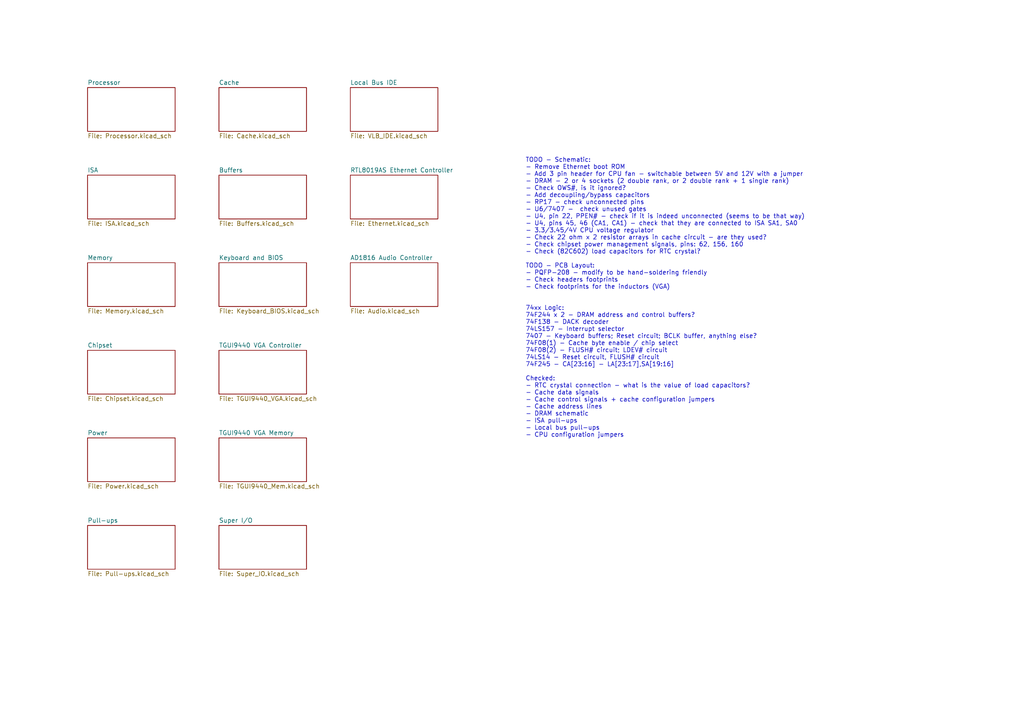
<source format=kicad_sch>
(kicad_sch (version 20211123) (generator eeschema)

  (uuid 45c7911f-b027-440e-9e3e-77a146b41944)

  (paper "A4")

  (title_block
    (title "486 Sandy River Motherboard")
  )

  (lib_symbols
  )


  (text "TODO - Schematic:\n- Remove Ethernet boot ROM\n- Add 3 pin header for CPU fan - switchable between 5V and 12V with a jumper\n- DRAM - 2 or 4 sockets (2 double rank, or 2 double rank + 1 single rank)\n- Check OWS#, is it ignored?\n- Add decoupling/bypass capacitors\n- RP17 - check unconnected pins\n- U6/7407 -  check unused gates\n- U4, pin 22, PPEN# - check if it is indeed unconnected (seems to be that way)\n- U4, pins 45, 46 (CA1, CA1) - check that they are connected to ISA SA1, SA0\n- 3.3/3.45/4V CPU voltage regulator\n- Check 22 ohm x 2 resistor arrays in cache circuit - are they used?\n- Check chipset power management signals, pins: 62, 156, 160\n- Check (82C602) load capacitors for RTC crystal?\n\nTODO - PCB Layout:\n- PQFP-208 - modify to be hand-soldering friendly\n- Check headers footprints\n- Check footprints for the inductors (VGA)\n\n\n74xx Logic:\n74F244 x 2 - DRAM address and control buffers?\n74F138 - DACK decoder\n74LS157 - Interrupt selector\n7407 - Keyboard buffers; Reset circuit; BCLK buffer, anything else?\n74F08(1) - Cache byte enable / chip select\n74F08(2) - FLUSH# circuit; LDEV# circuit\n74LS14 - Reset circuit, FLUSH# circuit\n74F245 - CA[23:16] - LA[23:17],SA[19:16]\n\nChecked:\n- RTC crystal connection - what is the value of load capacitors?\n- Cache data signals\n- Cache control signals + cache configuration jumpers\n- Cache address lines\n- DRAM schematic\n- ISA pull-ups\n- Local bus pull-ups\n- CPU configuration jumpers\n"
    (at 152.4 127 0)
    (effects (font (size 1.27 1.27)) (justify left bottom))
    (uuid f9fdab0b-0971-4c0c-831c-cda73093deb5)
  )

  (sheet (at 25.4 25.4) (size 25.4 12.7) (fields_autoplaced)
    (stroke (width 0) (type solid) (color 0 0 0 0))
    (fill (color 0 0 0 0.0000))
    (uuid 00000000-0000-0000-0000-000061ddbbe3)
    (property "Sheet name" "Processor" (id 0) (at 25.4 24.6884 0)
      (effects (font (size 1.27 1.27)) (justify left bottom))
    )
    (property "Sheet file" "Processor.kicad_sch" (id 1) (at 25.4 38.6846 0)
      (effects (font (size 1.27 1.27)) (justify left top))
    )
  )

  (sheet (at 25.4 127) (size 25.4 12.7) (fields_autoplaced)
    (stroke (width 0) (type solid) (color 0 0 0 0))
    (fill (color 0 0 0 0.0000))
    (uuid 00000000-0000-0000-0000-0000638712fb)
    (property "Sheet name" "Power" (id 0) (at 25.4 126.2884 0)
      (effects (font (size 1.27 1.27)) (justify left bottom))
    )
    (property "Sheet file" "Power.kicad_sch" (id 1) (at 25.4 140.2846 0)
      (effects (font (size 1.27 1.27)) (justify left top))
    )
  )

  (sheet (at 25.4 152.4) (size 25.4 12.7) (fields_autoplaced)
    (stroke (width 0) (type solid) (color 0 0 0 0))
    (fill (color 0 0 0 0.0000))
    (uuid 00000000-0000-0000-0000-0000639b00c7)
    (property "Sheet name" "Pull-ups" (id 0) (at 25.4 151.6884 0)
      (effects (font (size 1.27 1.27)) (justify left bottom))
    )
    (property "Sheet file" "Pull-ups.kicad_sch" (id 1) (at 25.4 165.6846 0)
      (effects (font (size 1.27 1.27)) (justify left top))
    )
  )

  (sheet (at 63.5 25.4) (size 25.4 12.7) (fields_autoplaced)
    (stroke (width 0) (type solid) (color 0 0 0 0))
    (fill (color 0 0 0 0.0000))
    (uuid 00000000-0000-0000-0000-0000639ce028)
    (property "Sheet name" "Cache" (id 0) (at 63.5 24.6884 0)
      (effects (font (size 1.27 1.27)) (justify left bottom))
    )
    (property "Sheet file" "Cache.kicad_sch" (id 1) (at 63.5 38.6846 0)
      (effects (font (size 1.27 1.27)) (justify left top))
    )
  )

  (sheet (at 25.4 50.8) (size 25.4 12.7) (fields_autoplaced)
    (stroke (width 0) (type solid) (color 0 0 0 0))
    (fill (color 0 0 0 0.0000))
    (uuid 00000000-0000-0000-0000-000063ac0b61)
    (property "Sheet name" "ISA" (id 0) (at 25.4 50.0884 0)
      (effects (font (size 1.27 1.27)) (justify left bottom))
    )
    (property "Sheet file" "ISA.kicad_sch" (id 1) (at 25.4 64.0846 0)
      (effects (font (size 1.27 1.27)) (justify left top))
    )
  )

  (sheet (at 25.4 76.2) (size 25.4 12.7) (fields_autoplaced)
    (stroke (width 0) (type solid) (color 0 0 0 0))
    (fill (color 0 0 0 0.0000))
    (uuid 00000000-0000-0000-0000-0000640ab57c)
    (property "Sheet name" "Memory" (id 0) (at 25.4 75.4884 0)
      (effects (font (size 1.27 1.27)) (justify left bottom))
    )
    (property "Sheet file" "Memory.kicad_sch" (id 1) (at 25.4 89.4846 0)
      (effects (font (size 1.27 1.27)) (justify left top))
    )
  )

  (sheet (at 25.4 101.6) (size 25.4 12.7) (fields_autoplaced)
    (stroke (width 0) (type solid) (color 0 0 0 0))
    (fill (color 0 0 0 0.0000))
    (uuid 00000000-0000-0000-0000-000064106181)
    (property "Sheet name" "Chipset" (id 0) (at 25.4 100.8884 0)
      (effects (font (size 1.27 1.27)) (justify left bottom))
    )
    (property "Sheet file" "Chipset.kicad_sch" (id 1) (at 25.4 114.8846 0)
      (effects (font (size 1.27 1.27)) (justify left top))
    )
  )

  (sheet (at 63.5 50.8) (size 25.4 12.7) (fields_autoplaced)
    (stroke (width 0) (type solid) (color 0 0 0 0))
    (fill (color 0 0 0 0.0000))
    (uuid 00000000-0000-0000-0000-000064523075)
    (property "Sheet name" "Buffers" (id 0) (at 63.5 50.0884 0)
      (effects (font (size 1.27 1.27)) (justify left bottom))
    )
    (property "Sheet file" "Buffers.kicad_sch" (id 1) (at 63.5 64.0846 0)
      (effects (font (size 1.27 1.27)) (justify left top))
    )
  )

  (sheet (at 63.5 76.2) (size 25.4 12.7) (fields_autoplaced)
    (stroke (width 0) (type solid) (color 0 0 0 0))
    (fill (color 0 0 0 0.0000))
    (uuid 00000000-0000-0000-0000-0000655ddd04)
    (property "Sheet name" "Keyboard and BIOS" (id 0) (at 63.5 75.4884 0)
      (effects (font (size 1.27 1.27)) (justify left bottom))
    )
    (property "Sheet file" "Keyboard_BIOS.kicad_sch" (id 1) (at 63.5 89.4846 0)
      (effects (font (size 1.27 1.27)) (justify left top))
    )
  )

  (sheet (at 63.5 101.6) (size 25.4 12.7) (fields_autoplaced)
    (stroke (width 0) (type solid) (color 0 0 0 0))
    (fill (color 0 0 0 0.0000))
    (uuid 00000000-0000-0000-0000-000066b27913)
    (property "Sheet name" "TGUI9440 VGA Controller" (id 0) (at 63.5 100.8884 0)
      (effects (font (size 1.27 1.27)) (justify left bottom))
    )
    (property "Sheet file" "TGUI9440_VGA.kicad_sch" (id 1) (at 63.5 114.8846 0)
      (effects (font (size 1.27 1.27)) (justify left top))
    )
  )

  (sheet (at 63.5 127) (size 25.4 12.7) (fields_autoplaced)
    (stroke (width 0) (type solid) (color 0 0 0 0))
    (fill (color 0 0 0 0.0000))
    (uuid 00000000-0000-0000-0000-000066eec1de)
    (property "Sheet name" "TGUI9440 VGA Memory" (id 0) (at 63.5 126.2884 0)
      (effects (font (size 1.27 1.27)) (justify left bottom))
    )
    (property "Sheet file" "TGUI9440_Mem.kicad_sch" (id 1) (at 63.5 140.2846 0)
      (effects (font (size 1.27 1.27)) (justify left top))
    )
  )

  (sheet (at 63.5 152.4) (size 25.4 12.7) (fields_autoplaced)
    (stroke (width 0) (type solid) (color 0 0 0 0))
    (fill (color 0 0 0 0.0000))
    (uuid 00000000-0000-0000-0000-00006bbfee6b)
    (property "Sheet name" "Super I/O" (id 0) (at 63.5 151.6884 0)
      (effects (font (size 1.27 1.27)) (justify left bottom))
    )
    (property "Sheet file" "Super_IO.kicad_sch" (id 1) (at 63.5 165.6846 0)
      (effects (font (size 1.27 1.27)) (justify left top))
    )
  )

  (sheet (at 101.6 25.4) (size 25.4 12.7) (fields_autoplaced)
    (stroke (width 0) (type solid) (color 0 0 0 0))
    (fill (color 0 0 0 0.0000))
    (uuid 00000000-0000-0000-0000-00006e2d8c88)
    (property "Sheet name" "Local Bus IDE" (id 0) (at 101.6 24.6884 0)
      (effects (font (size 1.27 1.27)) (justify left bottom))
    )
    (property "Sheet file" "VLB_IDE.kicad_sch" (id 1) (at 101.6 38.6846 0)
      (effects (font (size 1.27 1.27)) (justify left top))
    )
  )

  (sheet (at 101.6 50.8) (size 25.4 12.7) (fields_autoplaced)
    (stroke (width 0) (type solid) (color 0 0 0 0))
    (fill (color 0 0 0 0.0000))
    (uuid 00000000-0000-0000-0000-00006ecde433)
    (property "Sheet name" "RTL8019AS Ethernet Controller" (id 0) (at 101.6 50.0884 0)
      (effects (font (size 1.27 1.27)) (justify left bottom))
    )
    (property "Sheet file" "Ethernet.kicad_sch" (id 1) (at 101.6 64.0846 0)
      (effects (font (size 1.27 1.27)) (justify left top))
    )
  )

  (sheet (at 101.6 76.2) (size 25.4 12.7) (fields_autoplaced)
    (stroke (width 0) (type solid) (color 0 0 0 0))
    (fill (color 0 0 0 0.0000))
    (uuid 00000000-0000-0000-0000-00006ffe9bec)
    (property "Sheet name" "AD1816 Audio Controller" (id 0) (at 101.6 75.4884 0)
      (effects (font (size 1.27 1.27)) (justify left bottom))
    )
    (property "Sheet file" "Audio.kicad_sch" (id 1) (at 101.6 89.4846 0)
      (effects (font (size 1.27 1.27)) (justify left top))
    )
  )

  (sheet_instances
    (path "/" (page "1"))
    (path "/00000000-0000-0000-0000-000061ddbbe3" (page "2"))
    (path "/00000000-0000-0000-0000-000063ac0b61" (page "3"))
    (path "/00000000-0000-0000-0000-0000640ab57c" (page "4"))
    (path "/00000000-0000-0000-0000-000064106181" (page "5"))
    (path "/00000000-0000-0000-0000-0000638712fb" (page "6"))
    (path "/00000000-0000-0000-0000-0000639b00c7" (page "7"))
    (path "/00000000-0000-0000-0000-0000639ce028" (page "8"))
    (path "/00000000-0000-0000-0000-000064523075" (page "9"))
    (path "/00000000-0000-0000-0000-0000655ddd04" (page "10"))
    (path "/00000000-0000-0000-0000-000066b27913" (page "11"))
    (path "/00000000-0000-0000-0000-000066eec1de" (page "12"))
    (path "/00000000-0000-0000-0000-00006bbfee6b" (page "13"))
    (path "/00000000-0000-0000-0000-00006e2d8c88" (page "14"))
    (path "/00000000-0000-0000-0000-00006ecde433" (page "15"))
    (path "/00000000-0000-0000-0000-00006ffe9bec" (page "16"))
  )

  (symbol_instances
    (path "/00000000-0000-0000-0000-000061ddbbe3/00000000-0000-0000-0000-00006545bf69"
      (reference "#FLG0101") (unit 1) (value "PWR_FLAG") (footprint "")
    )
    (path "/00000000-0000-0000-0000-0000638712fb/00000000-0000-0000-0000-00006687643b"
      (reference "#FLG0102") (unit 1) (value "PWR_FLAG") (footprint "")
    )
    (path "/00000000-0000-0000-0000-000064106181/e2d797ee-ca30-4591-a59d-36acb10e58cd"
      (reference "#FLG0103") (unit 1) (value "PWR_FLAG") (footprint "")
    )
    (path "/00000000-0000-0000-0000-000066b27913/00000000-0000-0000-0000-00006bb1afd5"
      (reference "#FLG0104") (unit 1) (value "PWR_FLAG") (footprint "")
    )
    (path "/00000000-0000-0000-0000-000066b27913/00000000-0000-0000-0000-00006bb1b2d7"
      (reference "#FLG0105") (unit 1) (value "PWR_FLAG") (footprint "")
    )
    (path "/00000000-0000-0000-0000-000066b27913/00000000-0000-0000-0000-00006bb1ba93"
      (reference "#FLG0106") (unit 1) (value "PWR_FLAG") (footprint "")
    )
    (path "/00000000-0000-0000-0000-000061ddbbe3/00000000-0000-0000-0000-000061e9c6f9"
      (reference "#PWR0101") (unit 1) (value "VCC") (footprint "")
    )
    (path "/00000000-0000-0000-0000-000061ddbbe3/00000000-0000-0000-0000-000062008489"
      (reference "#PWR0102") (unit 1) (value "GND") (footprint "")
    )
    (path "/00000000-0000-0000-0000-000061ddbbe3/2e4f0667-5f04-42fb-9199-3d2748f7be13"
      (reference "#PWR0103") (unit 1) (value "VCC") (footprint "")
    )
    (path "/00000000-0000-0000-0000-000061ddbbe3/00000000-0000-0000-0000-000063993655"
      (reference "#PWR0104") (unit 1) (value "GND") (footprint "")
    )
    (path "/00000000-0000-0000-0000-000063ac0b61/00000000-0000-0000-0000-000063db75c5"
      (reference "#PWR0105") (unit 1) (value "-12V") (footprint "")
    )
    (path "/00000000-0000-0000-0000-000063ac0b61/00000000-0000-0000-0000-000063db78b8"
      (reference "#PWR0106") (unit 1) (value "+12V") (footprint "")
    )
    (path "/00000000-0000-0000-0000-000063ac0b61/00000000-0000-0000-0000-000063db7b81"
      (reference "#PWR0107") (unit 1) (value "-5V") (footprint "")
    )
    (path "/00000000-0000-0000-0000-000063ac0b61/00000000-0000-0000-0000-000063dcaf88"
      (reference "#PWR0108") (unit 1) (value "GND") (footprint "")
    )
    (path "/00000000-0000-0000-0000-000063ac0b61/00000000-0000-0000-0000-000063dcb0ae"
      (reference "#PWR0109") (unit 1) (value "VCC") (footprint "")
    )
    (path "/00000000-0000-0000-0000-000063ac0b61/00000000-0000-0000-0000-000063f3a80a"
      (reference "#PWR0110") (unit 1) (value "GND") (footprint "")
    )
    (path "/00000000-0000-0000-0000-000063ac0b61/00000000-0000-0000-0000-000063f3a814"
      (reference "#PWR0111") (unit 1) (value "VCC") (footprint "")
    )
    (path "/00000000-0000-0000-0000-000063ac0b61/00000000-0000-0000-0000-000063f49f41"
      (reference "#PWR0112") (unit 1) (value "GND") (footprint "")
    )
    (path "/00000000-0000-0000-0000-000063ac0b61/00000000-0000-0000-0000-000063f4a203"
      (reference "#PWR0113") (unit 1) (value "VCC") (footprint "")
    )
    (path "/00000000-0000-0000-0000-000063ac0b61/00000000-0000-0000-0000-000063f77abb"
      (reference "#PWR0114") (unit 1) (value "GND") (footprint "")
    )
    (path "/00000000-0000-0000-0000-000063ac0b61/00000000-0000-0000-0000-000063f8abb0"
      (reference "#PWR0115") (unit 1) (value "-12V") (footprint "")
    )
    (path "/00000000-0000-0000-0000-000063ac0b61/00000000-0000-0000-0000-000063f8abba"
      (reference "#PWR0116") (unit 1) (value "+12V") (footprint "")
    )
    (path "/00000000-0000-0000-0000-000063ac0b61/00000000-0000-0000-0000-000063f8abc4"
      (reference "#PWR0117") (unit 1) (value "-5V") (footprint "")
    )
    (path "/00000000-0000-0000-0000-000063ac0b61/00000000-0000-0000-0000-000063f8abce"
      (reference "#PWR0118") (unit 1) (value "GND") (footprint "")
    )
    (path "/00000000-0000-0000-0000-000063ac0b61/00000000-0000-0000-0000-000063f8abd8"
      (reference "#PWR0119") (unit 1) (value "VCC") (footprint "")
    )
    (path "/00000000-0000-0000-0000-000063ac0b61/00000000-0000-0000-0000-000063f8abe7"
      (reference "#PWR0120") (unit 1) (value "GND") (footprint "")
    )
    (path "/00000000-0000-0000-0000-000063ac0b61/00000000-0000-0000-0000-000063f8abf1"
      (reference "#PWR0121") (unit 1) (value "VCC") (footprint "")
    )
    (path "/00000000-0000-0000-0000-000063ac0b61/00000000-0000-0000-0000-000063f8abfd"
      (reference "#PWR0122") (unit 1) (value "GND") (footprint "")
    )
    (path "/00000000-0000-0000-0000-000063ac0b61/00000000-0000-0000-0000-000063f8ac07"
      (reference "#PWR0123") (unit 1) (value "VCC") (footprint "")
    )
    (path "/00000000-0000-0000-0000-000063ac0b61/00000000-0000-0000-0000-000063f8ac16"
      (reference "#PWR0124") (unit 1) (value "GND") (footprint "")
    )
    (path "/00000000-0000-0000-0000-000063ac0b61/00000000-0000-0000-0000-000063fa17a8"
      (reference "#PWR0125") (unit 1) (value "-12V") (footprint "")
    )
    (path "/00000000-0000-0000-0000-000063ac0b61/00000000-0000-0000-0000-000063fa17b2"
      (reference "#PWR0126") (unit 1) (value "+12V") (footprint "")
    )
    (path "/00000000-0000-0000-0000-000063ac0b61/00000000-0000-0000-0000-000063fa17bc"
      (reference "#PWR0127") (unit 1) (value "-5V") (footprint "")
    )
    (path "/00000000-0000-0000-0000-000063ac0b61/00000000-0000-0000-0000-000063fa17c6"
      (reference "#PWR0128") (unit 1) (value "GND") (footprint "")
    )
    (path "/00000000-0000-0000-0000-000063ac0b61/00000000-0000-0000-0000-000063fa17d0"
      (reference "#PWR0129") (unit 1) (value "VCC") (footprint "")
    )
    (path "/00000000-0000-0000-0000-000063ac0b61/00000000-0000-0000-0000-000063fa17df"
      (reference "#PWR0130") (unit 1) (value "GND") (footprint "")
    )
    (path "/00000000-0000-0000-0000-000063ac0b61/00000000-0000-0000-0000-000063fa17e9"
      (reference "#PWR0131") (unit 1) (value "VCC") (footprint "")
    )
    (path "/00000000-0000-0000-0000-000063ac0b61/00000000-0000-0000-0000-000063fa17f5"
      (reference "#PWR0132") (unit 1) (value "GND") (footprint "")
    )
    (path "/00000000-0000-0000-0000-000063ac0b61/00000000-0000-0000-0000-000063fa17ff"
      (reference "#PWR0133") (unit 1) (value "VCC") (footprint "")
    )
    (path "/00000000-0000-0000-0000-000063ac0b61/00000000-0000-0000-0000-000063fa180e"
      (reference "#PWR0134") (unit 1) (value "GND") (footprint "")
    )
    (path "/00000000-0000-0000-0000-000063ac0b61/00000000-0000-0000-0000-000063fa18cf"
      (reference "#PWR0135") (unit 1) (value "-12V") (footprint "")
    )
    (path "/00000000-0000-0000-0000-000063ac0b61/00000000-0000-0000-0000-000063fa18d9"
      (reference "#PWR0136") (unit 1) (value "+12V") (footprint "")
    )
    (path "/00000000-0000-0000-0000-000063ac0b61/00000000-0000-0000-0000-000063fa18e3"
      (reference "#PWR0137") (unit 1) (value "-5V") (footprint "")
    )
    (path "/00000000-0000-0000-0000-000063ac0b61/00000000-0000-0000-0000-000063fa18ed"
      (reference "#PWR0138") (unit 1) (value "GND") (footprint "")
    )
    (path "/00000000-0000-0000-0000-000063ac0b61/00000000-0000-0000-0000-000063fa18f7"
      (reference "#PWR0139") (unit 1) (value "VCC") (footprint "")
    )
    (path "/00000000-0000-0000-0000-000063ac0b61/00000000-0000-0000-0000-000063fa1906"
      (reference "#PWR0140") (unit 1) (value "GND") (footprint "")
    )
    (path "/00000000-0000-0000-0000-000063ac0b61/00000000-0000-0000-0000-000063fa1910"
      (reference "#PWR0141") (unit 1) (value "VCC") (footprint "")
    )
    (path "/00000000-0000-0000-0000-000063ac0b61/00000000-0000-0000-0000-000063fa191c"
      (reference "#PWR0142") (unit 1) (value "GND") (footprint "")
    )
    (path "/00000000-0000-0000-0000-000063ac0b61/00000000-0000-0000-0000-000063fa1926"
      (reference "#PWR0143") (unit 1) (value "VCC") (footprint "")
    )
    (path "/00000000-0000-0000-0000-000063ac0b61/00000000-0000-0000-0000-000063fa1935"
      (reference "#PWR0144") (unit 1) (value "GND") (footprint "")
    )
    (path "/00000000-0000-0000-0000-0000640ab57c/00000000-0000-0000-0000-0000640c2f1b"
      (reference "#PWR0145") (unit 1) (value "VCC") (footprint "")
    )
    (path "/00000000-0000-0000-0000-0000640ab57c/00000000-0000-0000-0000-0000640c330a"
      (reference "#PWR0146") (unit 1) (value "GND") (footprint "")
    )
    (path "/00000000-0000-0000-0000-0000640ab57c/00000000-0000-0000-0000-0000640c3f82"
      (reference "#PWR0147") (unit 1) (value "GND") (footprint "")
    )
    (path "/00000000-0000-0000-0000-0000640ab57c/00000000-0000-0000-0000-0000640c49a7"
      (reference "#PWR0148") (unit 1) (value "VCC") (footprint "")
    )
    (path "/00000000-0000-0000-0000-0000640ab57c/00000000-0000-0000-0000-000062ae9335"
      (reference "#PWR0149") (unit 1) (value "VCC") (footprint "")
    )
    (path "/00000000-0000-0000-0000-0000640ab57c/00000000-0000-0000-0000-000062aeecfa"
      (reference "#PWR0150") (unit 1) (value "GND") (footprint "")
    )
    (path "/00000000-0000-0000-0000-0000640ab57c/00000000-0000-0000-0000-000062b15b8c"
      (reference "#PWR0151") (unit 1) (value "GND") (footprint "")
    )
    (path "/00000000-0000-0000-0000-0000640ab57c/00000000-0000-0000-0000-000062b26a76"
      (reference "#PWR0152") (unit 1) (value "GND") (footprint "")
    )
    (path "/00000000-0000-0000-0000-0000640ab57c/00000000-0000-0000-0000-000062b26c92"
      (reference "#PWR0153") (unit 1) (value "GND") (footprint "")
    )
    (path "/00000000-0000-0000-0000-0000640ab57c/00000000-0000-0000-0000-000062b3d13a"
      (reference "#PWR0154") (unit 1) (value "VCC") (footprint "")
    )
    (path "/00000000-0000-0000-0000-000064106181/1a6e030b-bd9d-4492-beaf-de8546171e7c"
      (reference "#PWR0155") (unit 1) (value "GND") (footprint "")
    )
    (path "/00000000-0000-0000-0000-000064106181/43366b22-1206-4971-a726-7a7a1dc13084"
      (reference "#PWR0156") (unit 1) (value "GND") (footprint "")
    )
    (path "/00000000-0000-0000-0000-000064106181/00000000-0000-0000-0000-0000621b2276"
      (reference "#PWR0157") (unit 1) (value "GND") (footprint "")
    )
    (path "/00000000-0000-0000-0000-000064106181/376c8dd2-951e-45b1-a9bf-1fb660d1513d"
      (reference "#PWR0158") (unit 1) (value "GND") (footprint "")
    )
    (path "/00000000-0000-0000-0000-000064106181/00000000-0000-0000-0000-00006227243c"
      (reference "#PWR0159") (unit 1) (value "GND") (footprint "")
    )
    (path "/00000000-0000-0000-0000-000064106181/15d30172-7b84-4c0f-853a-42d9a4292a46"
      (reference "#PWR0160") (unit 1) (value "VCC") (footprint "")
    )
    (path "/00000000-0000-0000-0000-000064106181/00000000-0000-0000-0000-0000622836fe"
      (reference "#PWR0161") (unit 1) (value "GND") (footprint "")
    )
    (path "/00000000-0000-0000-0000-000064106181/aea1d3d8-d4d1-4ae9-a55c-bbe1ec22b3ac"
      (reference "#PWR0162") (unit 1) (value "GND") (footprint "")
    )
    (path "/00000000-0000-0000-0000-000064106181/4e1a46cd-02f6-4a3f-b6a9-d1cb2325b12c"
      (reference "#PWR0163") (unit 1) (value "GND") (footprint "")
    )
    (path "/00000000-0000-0000-0000-000064106181/4af83c45-16b1-411b-8b40-7b655e1d65e6"
      (reference "#PWR0164") (unit 1) (value "VCC") (footprint "")
    )
    (path "/00000000-0000-0000-0000-000064106181/00000000-0000-0000-0000-0000622a514a"
      (reference "#PWR0165") (unit 1) (value "GND") (footprint "")
    )
    (path "/00000000-0000-0000-0000-000064106181/00000000-0000-0000-0000-0000622aa6c1"
      (reference "#PWR0166") (unit 1) (value "GND") (footprint "")
    )
    (path "/00000000-0000-0000-0000-000064106181/00000000-0000-0000-0000-0000622afbcf"
      (reference "#PWR0167") (unit 1) (value "VCC") (footprint "")
    )
    (path "/00000000-0000-0000-0000-000064106181/7fc51ade-28c3-4180-9116-ea3ddae75728"
      (reference "#PWR0168") (unit 1) (value "GND") (footprint "")
    )
    (path "/00000000-0000-0000-0000-000064106181/00000000-0000-0000-0000-0000622c09a4"
      (reference "#PWR0169") (unit 1) (value "VCC") (footprint "")
    )
    (path "/00000000-0000-0000-0000-000064106181/a2bf3c34-2499-4ac7-ae2d-83fe8f9438dc"
      (reference "#PWR0170") (unit 1) (value "GND") (footprint "")
    )
    (path "/00000000-0000-0000-0000-000064106181/1f7bcb95-ecb8-4131-afa7-94a1fc267fc0"
      (reference "#PWR0171") (unit 1) (value "GND") (footprint "")
    )
    (path "/00000000-0000-0000-0000-000064106181/fad4d0ae-c82f-4184-bf33-a376f1461b85"
      (reference "#PWR0172") (unit 1) (value "VCC") (footprint "")
    )
    (path "/00000000-0000-0000-0000-0000639ce028/b545dce1-9c85-4083-ac19-a759d5c9f99f"
      (reference "#PWR0173") (unit 1) (value "GND") (footprint "")
    )
    (path "/00000000-0000-0000-0000-000064106181/7eb153c5-8a4d-4bbe-902a-62017e3bbe18"
      (reference "#PWR0174") (unit 1) (value "GND") (footprint "")
    )
    (path "/00000000-0000-0000-0000-000061ddbbe3/5c44fb86-2fca-4f7d-84e7-fa9a0812df9f"
      (reference "#PWR0175") (unit 1) (value "VCC") (footprint "")
    )
    (path "/00000000-0000-0000-0000-000061ddbbe3/f2faa8a6-8116-4092-92d8-cb919030a3e7"
      (reference "#PWR0176") (unit 1) (value "GND") (footprint "")
    )
    (path "/00000000-0000-0000-0000-0000638712fb/00000000-0000-0000-0000-000063929bda"
      (reference "#PWR0177") (unit 1) (value "VCC") (footprint "")
    )
    (path "/00000000-0000-0000-0000-0000638712fb/00000000-0000-0000-0000-00006392a25e"
      (reference "#PWR0178") (unit 1) (value "GND") (footprint "")
    )
    (path "/00000000-0000-0000-0000-0000638712fb/00000000-0000-0000-0000-00006394c2cd"
      (reference "#PWR0179") (unit 1) (value "GND") (footprint "")
    )
    (path "/00000000-0000-0000-0000-0000638712fb/00000000-0000-0000-0000-00006395c1b2"
      (reference "#PWR0180") (unit 1) (value "VCC") (footprint "")
    )
    (path "/00000000-0000-0000-0000-0000639ce028/dcadb763-230c-4ef5-9a4f-6bc7914bff86"
      (reference "#PWR0181") (unit 1) (value "VCC") (footprint "")
    )
    (path "/00000000-0000-0000-0000-0000639ce028/6c0dc626-6e42-4e9b-b909-af60f301c6b6"
      (reference "#PWR0182") (unit 1) (value "VCC") (footprint "")
    )
    (path "/00000000-0000-0000-0000-000061ddbbe3/b34e2c9d-9eb1-4fdb-9d88-e384783cd398"
      (reference "#PWR0183") (unit 1) (value "GND") (footprint "")
    )
    (path "/00000000-0000-0000-0000-000061ddbbe3/bd9fae8c-ac61-4a5b-bf5e-c5e678c449f1"
      (reference "#PWR0184") (unit 1) (value "VCC") (footprint "")
    )
    (path "/00000000-0000-0000-0000-000061ddbbe3/d2dde523-c4c7-493f-a885-15528434087c"
      (reference "#PWR0185") (unit 1) (value "GND") (footprint "")
    )
    (path "/00000000-0000-0000-0000-0000639ce028/00000000-0000-0000-0000-0000639d0344"
      (reference "#PWR0186") (unit 1) (value "GND") (footprint "")
    )
    (path "/00000000-0000-0000-0000-0000639ce028/00000000-0000-0000-0000-0000639d06a3"
      (reference "#PWR0187") (unit 1) (value "VCC") (footprint "")
    )
    (path "/00000000-0000-0000-0000-0000639ce028/00000000-0000-0000-0000-0000639e4c4f"
      (reference "#PWR0188") (unit 1) (value "VCC") (footprint "")
    )
    (path "/00000000-0000-0000-0000-0000639ce028/00000000-0000-0000-0000-0000639e6776"
      (reference "#PWR0189") (unit 1) (value "GND") (footprint "")
    )
    (path "/00000000-0000-0000-0000-0000639ce028/00000000-0000-0000-0000-0000639e75bf"
      (reference "#PWR0190") (unit 1) (value "GND") (footprint "")
    )
    (path "/00000000-0000-0000-0000-0000639ce028/00000000-0000-0000-0000-0000639f6332"
      (reference "#PWR0191") (unit 1) (value "VCC") (footprint "")
    )
    (path "/00000000-0000-0000-0000-0000639ce028/00000000-0000-0000-0000-000063a18ff1"
      (reference "#PWR0192") (unit 1) (value "VCC") (footprint "")
    )
    (path "/00000000-0000-0000-0000-0000639ce028/00000000-0000-0000-0000-000063a18fbe"
      (reference "#PWR0193") (unit 1) (value "GND") (footprint "")
    )
    (path "/00000000-0000-0000-0000-0000639ce028/00000000-0000-0000-0000-000063a18fb3"
      (reference "#PWR0194") (unit 1) (value "VCC") (footprint "")
    )
    (path "/00000000-0000-0000-0000-0000639ce028/00000000-0000-0000-0000-000063a6410f"
      (reference "#PWR0195") (unit 1) (value "VCC") (footprint "")
    )
    (path "/00000000-0000-0000-0000-0000639ce028/00000000-0000-0000-0000-000063a6411a"
      (reference "#PWR0196") (unit 1) (value "GND") (footprint "")
    )
    (path "/00000000-0000-0000-0000-0000639ce028/00000000-0000-0000-0000-000063a6414d"
      (reference "#PWR0197") (unit 1) (value "VCC") (footprint "")
    )
    (path "/00000000-0000-0000-0000-0000639ce028/00000000-0000-0000-0000-000063a64177"
      (reference "#PWR0198") (unit 1) (value "VCC") (footprint "")
    )
    (path "/00000000-0000-0000-0000-0000639ce028/00000000-0000-0000-0000-000063a641aa"
      (reference "#PWR0199") (unit 1) (value "GND") (footprint "")
    )
    (path "/00000000-0000-0000-0000-0000639ce028/00000000-0000-0000-0000-000063a641b5"
      (reference "#PWR0200") (unit 1) (value "VCC") (footprint "")
    )
    (path "/00000000-0000-0000-0000-0000639ce028/00000000-0000-0000-0000-000063bf6df8"
      (reference "#PWR0201") (unit 1) (value "VCC") (footprint "")
    )
    (path "/00000000-0000-0000-0000-0000639ce028/00000000-0000-0000-0000-000063bf6e02"
      (reference "#PWR0202") (unit 1) (value "GND") (footprint "")
    )
    (path "/00000000-0000-0000-0000-0000639ce028/00000000-0000-0000-0000-000063bf6e92"
      (reference "#PWR0203") (unit 1) (value "GND") (footprint "")
    )
    (path "/00000000-0000-0000-0000-0000639ce028/00000000-0000-0000-0000-000063bf6e9c"
      (reference "#PWR0204") (unit 1) (value "VCC") (footprint "")
    )
    (path "/00000000-0000-0000-0000-0000639ce028/00000000-0000-0000-0000-000063bf6eba"
      (reference "#PWR0205") (unit 1) (value "VCC") (footprint "")
    )
    (path "/00000000-0000-0000-0000-0000639ce028/00000000-0000-0000-0000-000063bf6ec4"
      (reference "#PWR0206") (unit 1) (value "GND") (footprint "")
    )
    (path "/00000000-0000-0000-0000-0000639ce028/00000000-0000-0000-0000-000063bf6f44"
      (reference "#PWR0207") (unit 1) (value "GND") (footprint "")
    )
    (path "/00000000-0000-0000-0000-0000639ce028/00000000-0000-0000-0000-000063bf6f4e"
      (reference "#PWR0208") (unit 1) (value "VCC") (footprint "")
    )
    (path "/00000000-0000-0000-0000-0000639ce028/b5d3a120-7ec7-46e4-9cca-0e75416c29e0"
      (reference "#PWR0209") (unit 1) (value "VCC") (footprint "")
    )
    (path "/00000000-0000-0000-0000-0000639ce028/a55e1e24-e8fe-4fd9-bac2-33d54adcc119"
      (reference "#PWR0210") (unit 1) (value "VCC") (footprint "")
    )
    (path "/00000000-0000-0000-0000-0000639b00c7/f4e6a916-0848-4069-87d2-d7d8fb28c3b0"
      (reference "#PWR0211") (unit 1) (value "VCC") (footprint "")
    )
    (path "/00000000-0000-0000-0000-000061ddbbe3/509d1fca-2ef1-4841-a517-f1d424e8d42a"
      (reference "#PWR0212") (unit 1) (value "GND") (footprint "")
    )
    (path "/00000000-0000-0000-0000-000061ddbbe3/e443f795-3ddb-4531-92e3-651a8830471a"
      (reference "#PWR0213") (unit 1) (value "VCC") (footprint "")
    )
    (path "/00000000-0000-0000-0000-0000638712fb/00000000-0000-0000-0000-0000664efb2d"
      (reference "#PWR0214") (unit 1) (value "VCC") (footprint "")
    )
    (path "/00000000-0000-0000-0000-0000638712fb/00000000-0000-0000-0000-0000664e0e00"
      (reference "#PWR0215") (unit 1) (value "VCC") (footprint "")
    )
    (path "/00000000-0000-0000-0000-0000638712fb/00000000-0000-0000-0000-0000664b781c"
      (reference "#PWR0216") (unit 1) (value "-12V") (footprint "")
    )
    (path "/00000000-0000-0000-0000-0000639b00c7/a378a106-91ef-46fe-8f75-aecd81d7abd3"
      (reference "#PWR0217") (unit 1) (value "GND") (footprint "")
    )
    (path "/00000000-0000-0000-0000-0000638712fb/00000000-0000-0000-0000-000064d453e7"
      (reference "#PWR0218") (unit 1) (value "VCC") (footprint "")
    )
    (path "/00000000-0000-0000-0000-0000638712fb/00000000-0000-0000-0000-000064d453f2"
      (reference "#PWR0219") (unit 1) (value "GND") (footprint "")
    )
    (path "/00000000-0000-0000-0000-0000639b00c7/c63a1019-ec8c-4b2a-80ab-64cbd1f58209"
      (reference "#PWR0220") (unit 1) (value "VCC") (footprint "")
    )
    (path "/00000000-0000-0000-0000-000064106181/c3eaf951-e461-486d-a9cf-561bdd064a26"
      (reference "#PWR0221") (unit 1) (value "GND") (footprint "")
    )
    (path "/00000000-0000-0000-0000-0000638712fb/00000000-0000-0000-0000-000064d8d593"
      (reference "#PWR0222") (unit 1) (value "GND") (footprint "")
    )
    (path "/00000000-0000-0000-0000-0000638712fb/00000000-0000-0000-0000-000064db4ce1"
      (reference "#PWR0223") (unit 1) (value "GND") (footprint "")
    )
    (path "/00000000-0000-0000-0000-0000638712fb/00000000-0000-0000-0000-000064e3c431"
      (reference "#PWR0224") (unit 1) (value "GND") (footprint "")
    )
    (path "/00000000-0000-0000-0000-000064106181/0a5cae72-fcc1-491a-a26f-64b7146320f8"
      (reference "#PWR0225") (unit 1) (value "VCC") (footprint "")
    )
    (path "/00000000-0000-0000-0000-000064106181/c8ceb51b-b57e-4ac0-a9c7-2b5203d4abae"
      (reference "#PWR0226") (unit 1) (value "VCC") (footprint "")
    )
    (path "/00000000-0000-0000-0000-000064106181/0eef434f-e649-46fb-b7b6-7db7253a7f7f"
      (reference "#PWR0227") (unit 1) (value "GND") (footprint "")
    )
    (path "/00000000-0000-0000-0000-000064106181/cdebe704-6bc3-4a53-8580-69d127776e1f"
      (reference "#PWR0228") (unit 1) (value "VCC") (footprint "")
    )
    (path "/00000000-0000-0000-0000-000064523075/00000000-0000-0000-0000-00006454c370"
      (reference "#PWR0229") (unit 1) (value "VCC") (footprint "")
    )
    (path "/00000000-0000-0000-0000-000064523075/00000000-0000-0000-0000-00006454c37a"
      (reference "#PWR0230") (unit 1) (value "GND") (footprint "")
    )
    (path "/00000000-0000-0000-0000-000064106181/634d1860-7fde-47ad-b05e-2b0544f5c519"
      (reference "#PWR0231") (unit 1) (value "GND") (footprint "")
    )
    (path "/00000000-0000-0000-0000-000064106181/395c9e40-a05d-4155-82b5-6a797d5768fd"
      (reference "#PWR0232") (unit 1) (value "GND") (footprint "")
    )
    (path "/00000000-0000-0000-0000-000064106181/e77041fd-59c8-4c0f-97ae-0c276f01cdf3"
      (reference "#PWR0233") (unit 1) (value "VCC") (footprint "")
    )
    (path "/00000000-0000-0000-0000-000064106181/f49db415-38af-4e78-ae76-52daa8fb5c46"
      (reference "#PWR0234") (unit 1) (value "GND") (footprint "")
    )
    (path "/00000000-0000-0000-0000-000064106181/24694d0a-b825-43ec-9c63-742a20caa9be"
      (reference "#PWR0235") (unit 1) (value "VCC") (footprint "")
    )
    (path "/00000000-0000-0000-0000-000064106181/0f442f97-53b6-4dfd-8304-ab145d4b6913"
      (reference "#PWR0236") (unit 1) (value "GND") (footprint "")
    )
    (path "/00000000-0000-0000-0000-000064106181/74f655f3-16f9-4a05-af71-3c6c340c631f"
      (reference "#PWR0237") (unit 1) (value "GND") (footprint "")
    )
    (path "/00000000-0000-0000-0000-000066b27913/00000000-0000-0000-0000-000066ce7e32"
      (reference "#PWR0238") (unit 1) (value "VCC") (footprint "")
    )
    (path "/00000000-0000-0000-0000-000066b27913/00000000-0000-0000-0000-000066ce7c17"
      (reference "#PWR0239") (unit 1) (value "GND") (footprint "")
    )
    (path "/00000000-0000-0000-0000-000064106181/f7497c39-cada-4b69-9fec-f9d3aa15b190"
      (reference "#PWR0240") (unit 1) (value "GND") (footprint "")
    )
    (path "/00000000-0000-0000-0000-000064106181/83233dcb-1eb2-4c1e-9a4c-677f80b87b12"
      (reference "#PWR0241") (unit 1) (value "VCC") (footprint "")
    )
    (path "/00000000-0000-0000-0000-000064106181/057c2e46-10b5-4b40-abde-24ff312e3d09"
      (reference "#PWR0242") (unit 1) (value "GND") (footprint "")
    )
    (path "/00000000-0000-0000-0000-000064106181/f6fc4b5a-6592-4581-ab60-d57b7b4f634f"
      (reference "#PWR0243") (unit 1) (value "GND") (footprint "")
    )
    (path "/00000000-0000-0000-0000-000064106181/866f311a-0f28-4870-b47d-6d1d35aad1c9"
      (reference "#PWR0244") (unit 1) (value "VCC") (footprint "")
    )
    (path "/00000000-0000-0000-0000-000064106181/2e91e822-d6ce-40d5-a79b-c59fc35978c8"
      (reference "#PWR0245") (unit 1) (value "GND") (footprint "")
    )
    (path "/00000000-0000-0000-0000-000064106181/3434488f-b6b4-4ad6-a1ee-180b7faec2ab"
      (reference "#PWR0246") (unit 1) (value "VCC") (footprint "")
    )
    (path "/00000000-0000-0000-0000-0000639b00c7/00000000-0000-0000-0000-0000651feb80"
      (reference "#PWR0247") (unit 1) (value "VCC") (footprint "")
    )
    (path "/00000000-0000-0000-0000-000061ddbbe3/00000000-0000-0000-0000-000065390f96"
      (reference "#PWR0248") (unit 1) (value "VCC") (footprint "")
    )
    (path "/00000000-0000-0000-0000-000061ddbbe3/00000000-0000-0000-0000-00006539198e"
      (reference "#PWR0249") (unit 1) (value "+3.3V") (footprint "")
    )
    (path "/00000000-0000-0000-0000-0000638712fb/00000000-0000-0000-0000-00006534a0da"
      (reference "#PWR0250") (unit 1) (value "+3.3V") (footprint "")
    )
    (path "/00000000-0000-0000-0000-0000638712fb/00000000-0000-0000-0000-0000664a8faa"
      (reference "#PWR0251") (unit 1) (value "+3.3V") (footprint "")
    )
    (path "/00000000-0000-0000-0000-000061ddbbe3/00000000-0000-0000-0000-0000654387ae"
      (reference "#PWR0252") (unit 1) (value "GND") (footprint "")
    )
    (path "/00000000-0000-0000-0000-000061ddbbe3/447cb040-ab4e-410d-a058-cef4d3d594d0"
      (reference "#PWR0253") (unit 1) (value "VCC") (footprint "")
    )
    (path "/00000000-0000-0000-0000-0000639b00c7/00000000-0000-0000-0000-00006561e93d"
      (reference "#PWR0254") (unit 1) (value "VCC") (footprint "")
    )
    (path "/00000000-0000-0000-0000-0000655ddd04/00000000-0000-0000-0000-0000655e0260"
      (reference "#PWR0255") (unit 1) (value "GND") (footprint "")
    )
    (path "/00000000-0000-0000-0000-0000655ddd04/00000000-0000-0000-0000-0000655e05b3"
      (reference "#PWR0256") (unit 1) (value "VCC") (footprint "")
    )
    (path "/00000000-0000-0000-0000-0000655ddd04/00000000-0000-0000-0000-0000655e08b5"
      (reference "#PWR0257") (unit 1) (value "VCC") (footprint "")
    )
    (path "/00000000-0000-0000-0000-0000655ddd04/00000000-0000-0000-0000-0000655e34d2"
      (reference "#PWR0258") (unit 1) (value "VCC") (footprint "")
    )
    (path "/00000000-0000-0000-0000-0000655ddd04/00000000-0000-0000-0000-0000655e36d2"
      (reference "#PWR0259") (unit 1) (value "GND") (footprint "")
    )
    (path "/00000000-0000-0000-0000-0000655ddd04/00000000-0000-0000-0000-0000655fec1c"
      (reference "#PWR0260") (unit 1) (value "GND") (footprint "")
    )
    (path "/00000000-0000-0000-0000-0000655ddd04/00000000-0000-0000-0000-0000655fee97"
      (reference "#PWR0261") (unit 1) (value "VCC") (footprint "")
    )
    (path "/00000000-0000-0000-0000-0000655ddd04/00000000-0000-0000-0000-000065600533"
      (reference "#PWR0262") (unit 1) (value "GND") (footprint "")
    )
    (path "/00000000-0000-0000-0000-0000655ddd04/00000000-0000-0000-0000-00006560195d"
      (reference "#PWR0263") (unit 1) (value "GND") (footprint "")
    )
    (path "/00000000-0000-0000-0000-0000655ddd04/00000000-0000-0000-0000-000065610026"
      (reference "#PWR0264") (unit 1) (value "VCC") (footprint "")
    )
    (path "/00000000-0000-0000-0000-0000655ddd04/00000000-0000-0000-0000-00006564d6b9"
      (reference "#PWR0265") (unit 1) (value "VCC") (footprint "")
    )
    (path "/00000000-0000-0000-0000-0000655ddd04/00000000-0000-0000-0000-0000656619ce"
      (reference "#PWR0266") (unit 1) (value "GND") (footprint "")
    )
    (path "/00000000-0000-0000-0000-0000655ddd04/00000000-0000-0000-0000-000065667f09"
      (reference "#PWR0267") (unit 1) (value "VCC") (footprint "")
    )
    (path "/00000000-0000-0000-0000-0000655ddd04/00000000-0000-0000-0000-00006568bd6c"
      (reference "#PWR0268") (unit 1) (value "GND") (footprint "")
    )
    (path "/00000000-0000-0000-0000-0000655ddd04/00000000-0000-0000-0000-000065680252"
      (reference "#PWR0269") (unit 1) (value "VCC") (footprint "")
    )
    (path "/00000000-0000-0000-0000-0000655ddd04/00000000-0000-0000-0000-000065872300"
      (reference "#PWR0270") (unit 1) (value "GND") (footprint "")
    )
    (path "/00000000-0000-0000-0000-000064106181/00000000-0000-0000-0000-0000658c91d2"
      (reference "#PWR0271") (unit 1) (value "VCC") (footprint "")
    )
    (path "/00000000-0000-0000-0000-0000638712fb/8dcc6d13-f973-4bb8-9f57-cb0426a7c1a7"
      (reference "#PWR0272") (unit 1) (value "GND") (footprint "")
    )
    (path "/00000000-0000-0000-0000-0000639b00c7/314e22fb-d785-43ea-83cb-414770083a77"
      (reference "#PWR0273") (unit 1) (value "VCC") (footprint "")
    )
    (path "/00000000-0000-0000-0000-0000639b00c7/00000000-0000-0000-0000-000065ce05c9"
      (reference "#PWR0274") (unit 1) (value "VCC") (footprint "")
    )
    (path "/00000000-0000-0000-0000-0000639b00c7/00000000-0000-0000-0000-000065cfaa58"
      (reference "#PWR0275") (unit 1) (value "VCC") (footprint "")
    )
    (path "/00000000-0000-0000-0000-0000639b00c7/00000000-0000-0000-0000-000065d0ee48"
      (reference "#PWR0276") (unit 1) (value "VCC") (footprint "")
    )
    (path "/00000000-0000-0000-0000-0000639b00c7/7790ee2c-b056-4254-ac84-e753f0780b49"
      (reference "#PWR0277") (unit 1) (value "VCC") (footprint "")
    )
    (path "/00000000-0000-0000-0000-0000639b00c7/d83a0b9e-929a-4f4f-bc88-e2978ff731b2"
      (reference "#PWR0278") (unit 1) (value "VCC") (footprint "")
    )
    (path "/00000000-0000-0000-0000-0000639b00c7/67958e9a-aef7-4f2b-94e4-dd3adb7a2d68"
      (reference "#PWR0279") (unit 1) (value "VCC") (footprint "")
    )
    (path "/00000000-0000-0000-0000-0000639b00c7/eaa56429-f2ed-4b91-b387-b8262d493d34"
      (reference "#PWR0280") (unit 1) (value "VCC") (footprint "")
    )
    (path "/00000000-0000-0000-0000-0000639b00c7/b79a078d-4e8f-479c-a274-39702f7c93ae"
      (reference "#PWR0281") (unit 1) (value "VCC") (footprint "")
    )
    (path "/00000000-0000-0000-0000-0000639b00c7/c9be0ece-3991-43e7-881b-6ce9a55712ff"
      (reference "#PWR0282") (unit 1) (value "VCC") (footprint "")
    )
    (path "/00000000-0000-0000-0000-0000638712fb/00000000-0000-0000-0000-0000660a5da2"
      (reference "#PWR0284") (unit 1) (value "VCC") (footprint "")
    )
    (path "/00000000-0000-0000-0000-000064106181/1b438452-55c9-439e-b0aa-df6a3340c4c3"
      (reference "#PWR0285") (unit 1) (value "GND") (footprint "")
    )
    (path "/00000000-0000-0000-0000-0000638712fb/b1ddb0a2-d7ec-4306-95bc-59b59d731994"
      (reference "#PWR0286") (unit 1) (value "VCC") (footprint "")
    )
    (path "/00000000-0000-0000-0000-0000638712fb/00000000-0000-0000-0000-00006649ab46"
      (reference "#PWR0287") (unit 1) (value "+3.3V") (footprint "")
    )
    (path "/00000000-0000-0000-0000-0000638712fb/00000000-0000-0000-0000-00006647f247"
      (reference "#PWR0288") (unit 1) (value "+3.3V") (footprint "")
    )
    (path "/00000000-0000-0000-0000-0000638712fb/00000000-0000-0000-0000-000066463101"
      (reference "#PWR0289") (unit 1) (value "VCC") (footprint "")
    )
    (path "/00000000-0000-0000-0000-0000638712fb/00000000-0000-0000-0000-0000663d8ffb"
      (reference "#PWR0290") (unit 1) (value "+12V") (footprint "")
    )
    (path "/00000000-0000-0000-0000-0000638712fb/00000000-0000-0000-0000-0000663d8ff1"
      (reference "#PWR0291") (unit 1) (value "VCC") (footprint "")
    )
    (path "/00000000-0000-0000-0000-0000638712fb/00000000-0000-0000-0000-0000666bd61a"
      (reference "#PWR0292") (unit 1) (value "-5V") (footprint "")
    )
    (path "/00000000-0000-0000-0000-0000638712fb/00000000-0000-0000-0000-0000666dae2d"
      (reference "#PWR0293") (unit 1) (value "-12V") (footprint "")
    )
    (path "/00000000-0000-0000-0000-0000638712fb/00000000-0000-0000-0000-0000666db0e3"
      (reference "#PWR0294") (unit 1) (value "GND") (footprint "")
    )
    (path "/00000000-0000-0000-0000-0000638712fb/b116bce0-af4a-480a-9e7b-9f1264809359"
      (reference "#PWR0295") (unit 1) (value "GND") (footprint "")
    )
    (path "/00000000-0000-0000-0000-0000655ddd04/00000000-0000-0000-0000-0000668e0c6a"
      (reference "#PWR0296") (unit 1) (value "VCC") (footprint "")
    )
    (path "/00000000-0000-0000-0000-000064106181/dcad1fdc-662d-491c-8494-24bc77752e2e"
      (reference "#PWR0297") (unit 1) (value "GND") (footprint "")
    )
    (path "/00000000-0000-0000-0000-000066b27913/00000000-0000-0000-0000-000066ce8dc5"
      (reference "#PWR0298") (unit 1) (value "VCC") (footprint "")
    )
    (path "/00000000-0000-0000-0000-000066b27913/00000000-0000-0000-0000-000066ce8fa7"
      (reference "#PWR0299") (unit 1) (value "GND") (footprint "")
    )
    (path "/00000000-0000-0000-0000-000066b27913/00000000-0000-0000-0000-000066cf10c2"
      (reference "#PWR0300") (unit 1) (value "VCC") (footprint "")
    )
    (path "/00000000-0000-0000-0000-000066b27913/00000000-0000-0000-0000-000066cf12c0"
      (reference "#PWR0301") (unit 1) (value "GND") (footprint "")
    )
    (path "/00000000-0000-0000-0000-000066b27913/00000000-0000-0000-0000-000066cf12ca"
      (reference "#PWR0302") (unit 1) (value "VCC") (footprint "")
    )
    (path "/00000000-0000-0000-0000-000066b27913/00000000-0000-0000-0000-000066cf12d4"
      (reference "#PWR0303") (unit 1) (value "GND") (footprint "")
    )
    (path "/00000000-0000-0000-0000-000066b27913/00000000-0000-0000-0000-000066cf963f"
      (reference "#PWR0304") (unit 1) (value "VCC") (footprint "")
    )
    (path "/00000000-0000-0000-0000-000066b27913/00000000-0000-0000-0000-000068294b4f"
      (reference "#PWR0305") (unit 1) (value "GND") (footprint "")
    )
    (path "/00000000-0000-0000-0000-000066b27913/00000000-0000-0000-0000-000066cf987f"
      (reference "#PWR0306") (unit 1) (value "VCC") (footprint "")
    )
    (path "/00000000-0000-0000-0000-000066b27913/00000000-0000-0000-0000-000066cf9889"
      (reference "#PWR0307") (unit 1) (value "GND") (footprint "")
    )
    (path "/00000000-0000-0000-0000-000066b27913/00000000-0000-0000-0000-000066cf9893"
      (reference "#PWR0308") (unit 1) (value "VCC") (footprint "")
    )
    (path "/00000000-0000-0000-0000-000066b27913/00000000-0000-0000-0000-00006829503a"
      (reference "#PWR0309") (unit 1) (value "GND") (footprint "")
    )
    (path "/00000000-0000-0000-0000-000066b27913/00000000-0000-0000-0000-000066cf98a7"
      (reference "#PWR0310") (unit 1) (value "VCC") (footprint "")
    )
    (path "/00000000-0000-0000-0000-000066b27913/00000000-0000-0000-0000-0000682ce0bd"
      (reference "#PWR0311") (unit 1) (value "GND") (footprint "")
    )
    (path "/00000000-0000-0000-0000-000066b27913/00000000-0000-0000-0000-000066e8a470"
      (reference "#PWR0312") (unit 1) (value "GND") (footprint "")
    )
    (path "/00000000-0000-0000-0000-000066b27913/00000000-0000-0000-0000-000066e8a712"
      (reference "#PWR0313") (unit 1) (value "GND") (footprint "")
    )
    (path "/00000000-0000-0000-0000-000066b27913/00000000-0000-0000-0000-000066e8a71c"
      (reference "#PWR0314") (unit 1) (value "GND") (footprint "")
    )
    (path "/00000000-0000-0000-0000-000066b27913/00000000-0000-0000-0000-000066e8a726"
      (reference "#PWR0315") (unit 1) (value "GND") (footprint "")
    )
    (path "/00000000-0000-0000-0000-000066b27913/00000000-0000-0000-0000-000066e942f8"
      (reference "#PWR0316") (unit 1) (value "GND") (footprint "")
    )
    (path "/00000000-0000-0000-0000-000066b27913/00000000-0000-0000-0000-000066e945ca"
      (reference "#PWR0317") (unit 1) (value "GND") (footprint "")
    )
    (path "/00000000-0000-0000-0000-000066b27913/00000000-0000-0000-0000-000066e945d4"
      (reference "#PWR0318") (unit 1) (value "GND") (footprint "")
    )
    (path "/00000000-0000-0000-0000-000066b27913/00000000-0000-0000-0000-000066e945de"
      (reference "#PWR0319") (unit 1) (value "GND") (footprint "")
    )
    (path "/00000000-0000-0000-0000-000066b27913/00000000-0000-0000-0000-0000682da709"
      (reference "#PWR0320") (unit 1) (value "GND") (footprint "")
    )
    (path "/00000000-0000-0000-0000-000066b27913/00000000-0000-0000-0000-00006e94fc2c"
      (reference "#PWR0321") (unit 1) (value "GND") (footprint "")
    )
    (path "/00000000-0000-0000-0000-000066eec1de/00000000-0000-0000-0000-000066efaabc"
      (reference "#PWR0322") (unit 1) (value "VCC") (footprint "")
    )
    (path "/00000000-0000-0000-0000-000066eec1de/00000000-0000-0000-0000-000066efafab"
      (reference "#PWR0323") (unit 1) (value "GND") (footprint "")
    )
    (path "/00000000-0000-0000-0000-000066eec1de/00000000-0000-0000-0000-000067133f91"
      (reference "#PWR0324") (unit 1) (value "VCC") (footprint "")
    )
    (path "/00000000-0000-0000-0000-000066eec1de/00000000-0000-0000-0000-000067133f9b"
      (reference "#PWR0325") (unit 1) (value "GND") (footprint "")
    )
    (path "/00000000-0000-0000-0000-000066eec1de/00000000-0000-0000-0000-00006713b8f0"
      (reference "#PWR0326") (unit 1) (value "VCC") (footprint "")
    )
    (path "/00000000-0000-0000-0000-000066eec1de/00000000-0000-0000-0000-00006713b91c"
      (reference "#PWR0327") (unit 1) (value "VCC") (footprint "")
    )
    (path "/00000000-0000-0000-0000-000066eec1de/00000000-0000-0000-0000-00006713b926"
      (reference "#PWR0328") (unit 1) (value "GND") (footprint "")
    )
    (path "/00000000-0000-0000-0000-000066eec1de/00000000-0000-0000-0000-00006713b8fa"
      (reference "#PWR0329") (unit 1) (value "GND") (footprint "")
    )
    (path "/00000000-0000-0000-0000-000066eec1de/00000000-0000-0000-0000-00006756afac"
      (reference "#PWR0330") (unit 1) (value "VCC") (footprint "")
    )
    (path "/00000000-0000-0000-0000-000066eec1de/00000000-0000-0000-0000-00006756b432"
      (reference "#PWR0331") (unit 1) (value "GND") (footprint "")
    )
    (path "/00000000-0000-0000-0000-000066eec1de/00000000-0000-0000-0000-00006756b5bc"
      (reference "#PWR0332") (unit 1) (value "VCC") (footprint "")
    )
    (path "/00000000-0000-0000-0000-000066eec1de/00000000-0000-0000-0000-00006757a217"
      (reference "#PWR0333") (unit 1) (value "GND") (footprint "")
    )
    (path "/00000000-0000-0000-0000-000066eec1de/00000000-0000-0000-0000-0000679ec1ae"
      (reference "#PWR0334") (unit 1) (value "VCC") (footprint "")
    )
    (path "/00000000-0000-0000-0000-000066eec1de/00000000-0000-0000-0000-0000679ec353"
      (reference "#PWR0335") (unit 1) (value "GND") (footprint "")
    )
    (path "/00000000-0000-0000-0000-000066b27913/00000000-0000-0000-0000-0000685117af"
      (reference "#PWR0336") (unit 1) (value "GND") (footprint "")
    )
    (path "/00000000-0000-0000-0000-000066b27913/00000000-0000-0000-0000-00006852d8d9"
      (reference "#PWR0337") (unit 1) (value "VCC") (footprint "")
    )
    (path "/00000000-0000-0000-0000-000066b27913/00000000-0000-0000-0000-000068617fc5"
      (reference "#PWR0338") (unit 1) (value "VAA") (footprint "")
    )
    (path "/00000000-0000-0000-0000-000066b27913/00000000-0000-0000-0000-000068643e92"
      (reference "#PWR0339") (unit 1) (value "VAA") (footprint "")
    )
    (path "/00000000-0000-0000-0000-000066b27913/00000000-0000-0000-0000-000068652090"
      (reference "#PWR0340") (unit 1) (value "VAA") (footprint "")
    )
    (path "/00000000-0000-0000-0000-000066b27913/00000000-0000-0000-0000-0000686521bd"
      (reference "#PWR0341") (unit 1) (value "GND") (footprint "")
    )
    (path "/00000000-0000-0000-0000-000066b27913/00000000-0000-0000-0000-000068654244"
      (reference "#PWR0342") (unit 1) (value "GND") (footprint "")
    )
    (path "/00000000-0000-0000-0000-000066b27913/00000000-0000-0000-0000-000068655c0f"
      (reference "#PWR0343") (unit 1) (value "GNDA") (footprint "")
    )
    (path "/00000000-0000-0000-0000-000066b27913/00000000-0000-0000-0000-000068655dd5"
      (reference "#PWR0344") (unit 1) (value "GNDA") (footprint "")
    )
    (path "/00000000-0000-0000-0000-000066b27913/00000000-0000-0000-0000-000068656184"
      (reference "#PWR0345") (unit 1) (value "GNDA") (footprint "")
    )
    (path "/00000000-0000-0000-0000-000066b27913/00000000-0000-0000-0000-0000686570e9"
      (reference "#PWR0346") (unit 1) (value "VDDA") (footprint "")
    )
    (path "/00000000-0000-0000-0000-000066b27913/00000000-0000-0000-0000-00006865759c"
      (reference "#PWR0347") (unit 1) (value "VDDA") (footprint "")
    )
    (path "/00000000-0000-0000-0000-000066b27913/00000000-0000-0000-0000-00006865784b"
      (reference "#PWR0348") (unit 1) (value "VDDA") (footprint "")
    )
    (path "/00000000-0000-0000-0000-000066b27913/00000000-0000-0000-0000-000068f67504"
      (reference "#PWR0349") (unit 1) (value "GND") (footprint "")
    )
    (path "/00000000-0000-0000-0000-000066eec1de/00000000-0000-0000-0000-000067d26989"
      (reference "#PWR0350") (unit 1) (value "GND") (footprint "")
    )
    (path "/00000000-0000-0000-0000-00006bbfee6b/00000000-0000-0000-0000-00006bc38d54"
      (reference "#PWR0351") (unit 1) (value "VCC") (footprint "")
    )
    (path "/00000000-0000-0000-0000-00006bbfee6b/00000000-0000-0000-0000-00006bc3c387"
      (reference "#PWR0352") (unit 1) (value "GND") (footprint "")
    )
    (path "/00000000-0000-0000-0000-00006bbfee6b/00000000-0000-0000-0000-00006bc6c549"
      (reference "#PWR0353") (unit 1) (value "GND") (footprint "")
    )
    (path "/00000000-0000-0000-0000-00006bbfee6b/00000000-0000-0000-0000-00006bc83961"
      (reference "#PWR0354") (unit 1) (value "GND") (footprint "")
    )
    (path "/00000000-0000-0000-0000-00006bbfee6b/00000000-0000-0000-0000-00006bc83be2"
      (reference "#PWR0355") (unit 1) (value "GND") (footprint "")
    )
    (path "/00000000-0000-0000-0000-00006bbfee6b/00000000-0000-0000-0000-00006bc83d6b"
      (reference "#PWR0356") (unit 1) (value "VCC") (footprint "")
    )
    (path "/00000000-0000-0000-0000-00006bbfee6b/00000000-0000-0000-0000-00006bc8410d"
      (reference "#PWR0357") (unit 1) (value "-12V") (footprint "")
    )
    (path "/00000000-0000-0000-0000-00006bbfee6b/00000000-0000-0000-0000-00006bc8482f"
      (reference "#PWR0358") (unit 1) (value "+12V") (footprint "")
    )
    (path "/00000000-0000-0000-0000-00006bbfee6b/00000000-0000-0000-0000-00006bcd1a29"
      (reference "#PWR0359") (unit 1) (value "GND") (footprint "")
    )
    (path "/00000000-0000-0000-0000-00006bbfee6b/00000000-0000-0000-0000-00006bd011e2"
      (reference "#PWR0360") (unit 1) (value "GND") (footprint "")
    )
    (path "/00000000-0000-0000-0000-00006bbfee6b/00000000-0000-0000-0000-00006bd011ec"
      (reference "#PWR0361") (unit 1) (value "VCC") (footprint "")
    )
    (path "/00000000-0000-0000-0000-00006bbfee6b/00000000-0000-0000-0000-00006bd011f6"
      (reference "#PWR0362") (unit 1) (value "-12V") (footprint "")
    )
    (path "/00000000-0000-0000-0000-00006bbfee6b/00000000-0000-0000-0000-00006bd01200"
      (reference "#PWR0363") (unit 1) (value "+12V") (footprint "")
    )
    (path "/00000000-0000-0000-0000-00006bbfee6b/00000000-0000-0000-0000-00006bdb9007"
      (reference "#PWR0364") (unit 1) (value "GND") (footprint "")
    )
    (path "/00000000-0000-0000-0000-00006bbfee6b/00000000-0000-0000-0000-00006bf71ccb"
      (reference "#PWR0365") (unit 1) (value "VCC") (footprint "")
    )
    (path "/00000000-0000-0000-0000-00006bbfee6b/00000000-0000-0000-0000-00006bfde631"
      (reference "#PWR0366") (unit 1) (value "GND") (footprint "")
    )
    (path "/00000000-0000-0000-0000-00006bbfee6b/00000000-0000-0000-0000-00006c47d307"
      (reference "#PWR0367") (unit 1) (value "VCC") (footprint "")
    )
    (path "/00000000-0000-0000-0000-00006bbfee6b/00000000-0000-0000-0000-00006ca20da6"
      (reference "#PWR0368") (unit 1) (value "GND") (footprint "")
    )
    (path "/00000000-0000-0000-0000-0000638712fb/00000000-0000-0000-0000-00006d0879f0"
      (reference "#PWR0369") (unit 1) (value "VCC") (footprint "")
    )
    (path "/00000000-0000-0000-0000-0000638712fb/00000000-0000-0000-0000-00006d09a0bd"
      (reference "#PWR0370") (unit 1) (value "VCC") (footprint "")
    )
    (path "/00000000-0000-0000-0000-00006bbfee6b/00000000-0000-0000-0000-00006dec7d17"
      (reference "#PWR0371") (unit 1) (value "GND") (footprint "")
    )
    (path "/00000000-0000-0000-0000-00006bbfee6b/00000000-0000-0000-0000-00006dec7ec0"
      (reference "#PWR0372") (unit 1) (value "GND") (footprint "")
    )
    (path "/00000000-0000-0000-0000-00006bbfee6b/00000000-0000-0000-0000-00006dec7ffc"
      (reference "#PWR0373") (unit 1) (value "VCC") (footprint "")
    )
    (path "/00000000-0000-0000-0000-00006bbfee6b/00000000-0000-0000-0000-00006deef973"
      (reference "#PWR0374") (unit 1) (value "VCC") (footprint "")
    )
    (path "/00000000-0000-0000-0000-00006bbfee6b/00000000-0000-0000-0000-00006e2698bf"
      (reference "#PWR0375") (unit 1) (value "VCC") (footprint "")
    )
    (path "/00000000-0000-0000-0000-00006e2d8c88/00000000-0000-0000-0000-00006e2df189"
      (reference "#PWR0376") (unit 1) (value "GND") (footprint "")
    )
    (path "/00000000-0000-0000-0000-00006e2d8c88/00000000-0000-0000-0000-00006e2df4b8"
      (reference "#PWR0377") (unit 1) (value "VCC") (footprint "")
    )
    (path "/00000000-0000-0000-0000-00006e2d8c88/00000000-0000-0000-0000-00006e38151a"
      (reference "#PWR0378") (unit 1) (value "GND") (footprint "")
    )
    (path "/00000000-0000-0000-0000-00006e2d8c88/00000000-0000-0000-0000-00006e381576"
      (reference "#PWR0379") (unit 1) (value "VCC") (footprint "")
    )
    (path "/00000000-0000-0000-0000-00006e2d8c88/00000000-0000-0000-0000-00006e69f810"
      (reference "#PWR0380") (unit 1) (value "VCC") (footprint "")
    )
    (path "/00000000-0000-0000-0000-00006e2d8c88/00000000-0000-0000-0000-00006e707e9a"
      (reference "#PWR0381") (unit 1) (value "GND") (footprint "")
    )
    (path "/00000000-0000-0000-0000-00006e2d8c88/00000000-0000-0000-0000-00006e8f9971"
      (reference "#PWR0382") (unit 1) (value "VCC") (footprint "")
    )
    (path "/00000000-0000-0000-0000-00006bbfee6b/00000000-0000-0000-0000-00006ea04fed"
      (reference "#PWR0383") (unit 1) (value "VCC") (footprint "")
    )
    (path "/00000000-0000-0000-0000-00006e2d8c88/00000000-0000-0000-0000-00006ea06604"
      (reference "#PWR0384") (unit 1) (value "VCC") (footprint "")
    )
    (path "/00000000-0000-0000-0000-00006ecde433/00000000-0000-0000-0000-000058fbaa43"
      (reference "#PWR0385") (unit 1) (value "VCC") (footprint "")
    )
    (path "/00000000-0000-0000-0000-00006ecde433/00000000-0000-0000-0000-000058fc1bfa"
      (reference "#PWR0386") (unit 1) (value "GND") (footprint "")
    )
    (path "/00000000-0000-0000-0000-00006ecde433/00000000-0000-0000-0000-000058fc2cc4"
      (reference "#PWR0387") (unit 1) (value "GND") (footprint "")
    )
    (path "/00000000-0000-0000-0000-00006ecde433/00000000-0000-0000-0000-000058fc2cee"
      (reference "#PWR0388") (unit 1) (value "GND") (footprint "")
    )
    (path "/00000000-0000-0000-0000-00006ecde433/00000000-0000-0000-0000-000058fc3d2f"
      (reference "#PWR0389") (unit 1) (value "GND") (footprint "")
    )
    (path "/00000000-0000-0000-0000-00006ecde433/00000000-0000-0000-0000-000058fc69b6"
      (reference "#PWR0390") (unit 1) (value "VCC") (footprint "")
    )
    (path "/00000000-0000-0000-0000-00006ecde433/00000000-0000-0000-0000-000058fcf839"
      (reference "#PWR0391") (unit 1) (value "GND") (footprint "")
    )
    (path "/00000000-0000-0000-0000-00006ecde433/00000000-0000-0000-0000-000058fcf879"
      (reference "#PWR0392") (unit 1) (value "VCC") (footprint "")
    )
    (path "/00000000-0000-0000-0000-00006ecde433/00000000-0000-0000-0000-000058ffa1ae"
      (reference "#PWR0393") (unit 1) (value "GND") (footprint "")
    )
    (path "/00000000-0000-0000-0000-00006ecde433/00000000-0000-0000-0000-000059005971"
      (reference "#PWR0394") (unit 1) (value "VCC") (footprint "")
    )
    (path "/00000000-0000-0000-0000-00006ecde433/00000000-0000-0000-0000-0000603b039d"
      (reference "#PWR0395") (unit 1) (value "VCC") (footprint "")
    )
    (path "/00000000-0000-0000-0000-00006ecde433/00000000-0000-0000-0000-0000603d0e9a"
      (reference "#PWR0396") (unit 1) (value "GND") (footprint "")
    )
    (path "/00000000-0000-0000-0000-00006ecde433/00000000-0000-0000-0000-000060437840"
      (reference "#PWR0397") (unit 1) (value "GND") (footprint "")
    )
    (path "/00000000-0000-0000-0000-00006ecde433/00000000-0000-0000-0000-000060438278"
      (reference "#PWR0398") (unit 1) (value "VCC") (footprint "")
    )
    (path "/00000000-0000-0000-0000-00006ecde433/00000000-0000-0000-0000-00006052b4a9"
      (reference "#PWR0399") (unit 1) (value "VCC") (footprint "")
    )
    (path "/00000000-0000-0000-0000-00006ecde433/00000000-0000-0000-0000-00006052bcd0"
      (reference "#PWR0400") (unit 1) (value "GND") (footprint "")
    )
    (path "/00000000-0000-0000-0000-00006ffe9bec/00000000-0000-0000-0000-000070009796"
      (reference "#PWR0401") (unit 1) (value "VCC") (footprint "")
    )
    (path "/00000000-0000-0000-0000-00006ffe9bec/00000000-0000-0000-0000-00007000b103"
      (reference "#PWR0402") (unit 1) (value "GND") (footprint "")
    )
    (path "/00000000-0000-0000-0000-00006ffe9bec/00000000-0000-0000-0000-00007006d069"
      (reference "#PWR0403") (unit 1) (value "GND") (footprint "")
    )
    (path "/00000000-0000-0000-0000-00006ffe9bec/00000000-0000-0000-0000-0000701aeac2"
      (reference "#PWR0404") (unit 1) (value "GND") (footprint "")
    )
    (path "/00000000-0000-0000-0000-00006ffe9bec/00000000-0000-0000-0000-00007020c2ec"
      (reference "#PWR0405") (unit 1) (value "GND") (footprint "")
    )
    (path "/00000000-0000-0000-0000-00006ffe9bec/00000000-0000-0000-0000-00007025391f"
      (reference "#PWR0406") (unit 1) (value "VCC") (footprint "")
    )
    (path "/00000000-0000-0000-0000-00006ffe9bec/00000000-0000-0000-0000-00007029d6b1"
      (reference "#PWR0407") (unit 1) (value "GND") (footprint "")
    )
    (path "/00000000-0000-0000-0000-00006ffe9bec/00000000-0000-0000-0000-000070649876"
      (reference "#PWR0408") (unit 1) (value "GND") (footprint "")
    )
    (path "/00000000-0000-0000-0000-00006ffe9bec/00000000-0000-0000-0000-00007076f27d"
      (reference "#PWR0409") (unit 1) (value "GND") (footprint "")
    )
    (path "/00000000-0000-0000-0000-00006ffe9bec/00000000-0000-0000-0000-00007081d901"
      (reference "#PWR0410") (unit 1) (value "GND") (footprint "")
    )
    (path "/00000000-0000-0000-0000-00006ffe9bec/00000000-0000-0000-0000-00007096b70a"
      (reference "#PWR0411") (unit 1) (value "+12V") (footprint "")
    )
    (path "/00000000-0000-0000-0000-00006ffe9bec/00000000-0000-0000-0000-00007099a9e5"
      (reference "#PWR0412") (unit 1) (value "GND") (footprint "")
    )
    (path "/00000000-0000-0000-0000-00006ffe9bec/00000000-0000-0000-0000-000070b0b1ca"
      (reference "#PWR0413") (unit 1) (value "VCC") (footprint "")
    )
    (path "/00000000-0000-0000-0000-00006ffe9bec/00000000-0000-0000-0000-000070b9c451"
      (reference "#PWR0414") (unit 1) (value "+12V") (footprint "")
    )
    (path "/00000000-0000-0000-0000-00006ffe9bec/00000000-0000-0000-0000-000070b9c743"
      (reference "#PWR0415") (unit 1) (value "-12V") (footprint "")
    )
    (path "/00000000-0000-0000-0000-00006ffe9bec/00000000-0000-0000-0000-000070d6e4c6"
      (reference "#PWR0416") (unit 1) (value "VCC") (footprint "")
    )
    (path "/00000000-0000-0000-0000-00006bbfee6b/00000000-0000-0000-0000-000070f76cd8"
      (reference "#PWR0417") (unit 1) (value "VCC") (footprint "")
    )
    (path "/00000000-0000-0000-0000-00006bbfee6b/00000000-0000-0000-0000-000070f76f1b"
      (reference "#PWR0418") (unit 1) (value "GND") (footprint "")
    )
    (path "/00000000-0000-0000-0000-00006bbfee6b/00000000-0000-0000-0000-00007125b1f4"
      (reference "#PWR0419") (unit 1) (value "GND") (footprint "")
    )
    (path "/00000000-0000-0000-0000-000064523075/ce550eb1-74c2-4b29-a6b2-70b68c3acf55"
      (reference "#PWR0420") (unit 1) (value "VCC") (footprint "")
    )
    (path "/00000000-0000-0000-0000-000064523075/33046d9c-0f51-47fb-9171-d85b522becae"
      (reference "#PWR0421") (unit 1) (value "VCC") (footprint "")
    )
    (path "/00000000-0000-0000-0000-000064523075/dfcae19c-61d2-4787-9654-85f6a44aae24"
      (reference "#PWR0422") (unit 1) (value "GND") (footprint "")
    )
    (path "/00000000-0000-0000-0000-000064523075/47e6a3b5-9de9-40c9-a9f9-201d39955eb7"
      (reference "#PWR0423") (unit 1) (value "GND") (footprint "")
    )
    (path "/00000000-0000-0000-0000-000064523075/00000000-0000-0000-0000-000071d50ea3"
      (reference "#PWR0424") (unit 1) (value "GND") (footprint "")
    )
    (path "/00000000-0000-0000-0000-000064523075/00000000-0000-0000-0000-000071d5102a"
      (reference "#PWR0425") (unit 1) (value "VCC") (footprint "")
    )
    (path "/00000000-0000-0000-0000-000064523075/ad99df63-ab9b-4935-8da3-7c3cea09847e"
      (reference "#PWR0426") (unit 1) (value "GND") (footprint "")
    )
    (path "/00000000-0000-0000-0000-000064523075/e843fbcf-d2c5-40ea-af0a-7b1e9ef676b4"
      (reference "#PWR0427") (unit 1) (value "VCC") (footprint "")
    )
    (path "/00000000-0000-0000-0000-000064523075/19a54e36-852a-4e59-9d1e-8e1073f46712"
      (reference "#PWR0428") (unit 1) (value "GND") (footprint "")
    )
    (path "/00000000-0000-0000-0000-000064523075/159882be-b466-4a2e-8707-5bd6aff5f1f6"
      (reference "#PWR0429") (unit 1) (value "GND") (footprint "")
    )
    (path "/00000000-0000-0000-0000-0000639b00c7/2dc63d41-cf17-4bd2-a740-802fa0f7e436"
      (reference "#PWR0430") (unit 1) (value "VCC") (footprint "")
    )
    (path "/00000000-0000-0000-0000-0000639b00c7/1b573b6f-0588-4ec2-a2b5-b0891a019eca"
      (reference "#PWR0431") (unit 1) (value "VCC") (footprint "")
    )
    (path "/00000000-0000-0000-0000-0000639b00c7/85b44d54-e382-43b0-af7d-1d8a4fd24276"
      (reference "#PWR0432") (unit 1) (value "VCC") (footprint "")
    )
    (path "/00000000-0000-0000-0000-0000639b00c7/7fa1dd76-fc2e-4f72-adfb-17f10eff0c9a"
      (reference "#PWR0433") (unit 1) (value "VCC") (footprint "")
    )
    (path "/00000000-0000-0000-0000-0000638712fb/f3050cea-9875-4aea-b2c4-669b306706f1"
      (reference "#PWR0434") (unit 1) (value "VCC") (footprint "")
    )
    (path "/00000000-0000-0000-0000-0000639b00c7/4625c476-68b1-4570-a53a-72da72669222"
      (reference "#PWR0435") (unit 1) (value "VCC") (footprint "")
    )
    (path "/00000000-0000-0000-0000-0000639b00c7/a16fa8c7-77f4-4468-908f-07d6b2e8b0ea"
      (reference "#PWR0436") (unit 1) (value "VCC") (footprint "")
    )
    (path "/00000000-0000-0000-0000-0000639b00c7/2ba53fb1-7f03-4b8c-9d22-5163d5e3fd3c"
      (reference "#PWR0437") (unit 1) (value "GND") (footprint "")
    )
    (path "/00000000-0000-0000-0000-0000639b00c7/9f0a3676-613b-42a8-96f4-af02c4367273"
      (reference "#PWR0438") (unit 1) (value "GND") (footprint "")
    )
    (path "/00000000-0000-0000-0000-0000639b00c7/e4edd546-eafc-4f26-8367-568f7ada9e49"
      (reference "#PWR0439") (unit 1) (value "VCC") (footprint "")
    )
    (path "/00000000-0000-0000-0000-0000639b00c7/d0272433-246a-48b5-9122-f2f91fae662c"
      (reference "#PWR0440") (unit 1) (value "VCC") (footprint "")
    )
    (path "/00000000-0000-0000-0000-0000639b00c7/69693b2a-1ee0-47d9-838e-713f1fc2d7c5"
      (reference "#PWR0441") (unit 1) (value "VCC") (footprint "")
    )
    (path "/00000000-0000-0000-0000-0000639b00c7/7aa19f51-0b22-4eae-82b4-274a50eb4207"
      (reference "#PWR0442") (unit 1) (value "GND") (footprint "")
    )
    (path "/00000000-0000-0000-0000-0000639b00c7/af6b5f0e-cd64-4847-8c17-aff2a81f347c"
      (reference "#PWR0443") (unit 1) (value "VCC") (footprint "")
    )
    (path "/00000000-0000-0000-0000-0000639b00c7/2b7a49f8-bd69-4ab2-8309-84c973da6c99"
      (reference "#PWR0444") (unit 1) (value "VCC") (footprint "")
    )
    (path "/00000000-0000-0000-0000-000064523075/de859118-bea9-49b0-ace6-1bc6db96fb0c"
      (reference "#PWR0445") (unit 1) (value "VCC") (footprint "")
    )
    (path "/00000000-0000-0000-0000-000064523075/4fceee89-b42d-49aa-9712-11cbccc00328"
      (reference "#PWR0446") (unit 1) (value "VCC") (footprint "")
    )
    (path "/00000000-0000-0000-0000-000064523075/98d79113-b8b0-4b76-82f5-ca3552368e12"
      (reference "#PWR0447") (unit 1) (value "GND") (footprint "")
    )
    (path "/00000000-0000-0000-0000-000064523075/ba3334d4-0157-400a-9de6-38f31a84f423"
      (reference "#PWR0448") (unit 1) (value "GND") (footprint "")
    )
    (path "/00000000-0000-0000-0000-000064523075/33e1604b-96b6-4c2f-afce-8900f8a7c957"
      (reference "#PWR0449") (unit 1) (value "GND") (footprint "")
    )
    (path "/00000000-0000-0000-0000-000064523075/42a0ae16-799b-4b1d-8b1d-7c269e647342"
      (reference "#PWR0450") (unit 1) (value "GND") (footprint "")
    )
    (path "/00000000-0000-0000-0000-000064523075/05d334f1-a55b-407f-a4fd-513884456c79"
      (reference "#PWR0451") (unit 1) (value "VCC") (footprint "")
    )
    (path "/00000000-0000-0000-0000-000064523075/b7441c5f-82f0-4584-899f-191c8e3327fc"
      (reference "#PWR0452") (unit 1) (value "VCC") (footprint "")
    )
    (path "/00000000-0000-0000-0000-000064523075/e1934d26-f418-4a25-8d6e-82f87ae257cc"
      (reference "#PWR0453") (unit 1) (value "VCC") (footprint "")
    )
    (path "/00000000-0000-0000-0000-0000639b00c7/2e9011a8-6a0d-49a9-bb8b-70c4ea0b13e8"
      (reference "#PWR0454") (unit 1) (value "VCC") (footprint "")
    )
    (path "/00000000-0000-0000-0000-0000639b00c7/61776006-9899-429e-8b04-04460a05ab9e"
      (reference "#PWR0455") (unit 1) (value "VCC") (footprint "")
    )
    (path "/00000000-0000-0000-0000-0000639b00c7/2d432675-9b5a-4e9a-b00d-0a8b2bd62a7c"
      (reference "#PWR0456") (unit 1) (value "VCC") (footprint "")
    )
    (path "/00000000-0000-0000-0000-0000639b00c7/5a0e47c0-974c-458f-9770-3ebef0dddf13"
      (reference "#PWR0457") (unit 1) (value "VCC") (footprint "")
    )
    (path "/00000000-0000-0000-0000-0000639b00c7/59da3a9a-290a-408f-961b-9aca82b42bfb"
      (reference "#PWR0458") (unit 1) (value "VCC") (footprint "")
    )
    (path "/00000000-0000-0000-0000-0000639b00c7/ba2b69fa-86cf-43b5-b901-966348accc9c"
      (reference "#PWR0459") (unit 1) (value "VCC") (footprint "")
    )
    (path "/00000000-0000-0000-0000-0000639b00c7/8470f822-b6ee-449a-b2f3-80afe9e60310"
      (reference "#PWR0460") (unit 1) (value "VCC") (footprint "")
    )
    (path "/00000000-0000-0000-0000-000064523075/267c6e85-5030-4560-8f18-2611ac133160"
      (reference "#PWR0461") (unit 1) (value "VCC") (footprint "")
    )
    (path "/00000000-0000-0000-0000-000064523075/8ff699ef-4530-4450-83df-c1e5cc9b5340"
      (reference "#PWR0462") (unit 1) (value "VCC") (footprint "")
    )
    (path "/00000000-0000-0000-0000-000064523075/4adf6a44-559d-4ee0-9139-b7c60ca51377"
      (reference "#PWR0463") (unit 1) (value "VCC") (footprint "")
    )
    (path "/00000000-0000-0000-0000-000064523075/3059a744-40cd-40c9-869c-871e7c684e91"
      (reference "#PWR0464") (unit 1) (value "VCC") (footprint "")
    )
    (path "/00000000-0000-0000-0000-000064523075/02d22e36-d837-401b-8d58-2ef2ce8748b9"
      (reference "#PWR0465") (unit 1) (value "GND") (footprint "")
    )
    (path "/00000000-0000-0000-0000-000064523075/d5a97c26-f210-416f-899b-d3d553b72d63"
      (reference "#PWR0466") (unit 1) (value "GND") (footprint "")
    )
    (path "/00000000-0000-0000-0000-000064523075/108c02a9-8b83-4d60-8e68-13214023990a"
      (reference "#PWR0467") (unit 1) (value "VCC") (footprint "")
    )
    (path "/00000000-0000-0000-0000-000064106181/23341037-d336-4224-a48b-6122ee5b7b75"
      (reference "BT1") (unit 1) (value "CR2032") (footprint "My_Components:Battery_Holder_CR2032_Universal")
    )
    (path "/00000000-0000-0000-0000-000063ac0b61/00000000-0000-0000-0000-000063ac0fbc"
      (reference "BUS1") (unit 1) (value "BUSAT_HOST") (footprint "My_Components:Conn_Edge_ISA16")
    )
    (path "/00000000-0000-0000-0000-000063ac0b61/00000000-0000-0000-0000-000063f8a8d6"
      (reference "BUS2") (unit 1) (value "BUSAT_HOST") (footprint "My_Components:Conn_Edge_ISA16")
    )
    (path "/00000000-0000-0000-0000-000063ac0b61/00000000-0000-0000-0000-000063fa1376"
      (reference "BUS3") (unit 1) (value "BUSAT_HOST") (footprint "My_Components:Conn_Edge_ISA16")
    )
    (path "/00000000-0000-0000-0000-000063ac0b61/00000000-0000-0000-0000-000063fa1819"
      (reference "BUS4") (unit 1) (value "BUSAT_HOST") (footprint "My_Components:Conn_Edge_ISA16")
    )
    (path "/00000000-0000-0000-0000-000061ddbbe3/00000000-0000-0000-0000-0000653f5cba"
      (reference "C1") (unit 1) (value "100nF") (footprint "Capacitor_SMD:C_0603_1608Metric_Pad1.08x0.95mm_HandSolder")
    )
    (path "/00000000-0000-0000-0000-000061ddbbe3/00000000-0000-0000-0000-0000654a0590"
      (reference "C2") (unit 1) (value "100nF") (footprint "Capacitor_SMD:C_0603_1608Metric_Pad1.08x0.95mm_HandSolder")
    )
    (path "/00000000-0000-0000-0000-000064106181/ff74cc83-255e-44fb-ae6b-1610ba9da117"
      (reference "C8") (unit 1) (value "5pF") (footprint "Capacitor_SMD:C_0603_1608Metric_Pad1.08x0.95mm_HandSolder")
    )
    (path "/00000000-0000-0000-0000-000064106181/aeb48718-394e-4854-9128-4a0de3018dbb"
      (reference "C9") (unit 1) (value "5pF") (footprint "Capacitor_SMD:C_0603_1608Metric_Pad1.08x0.95mm_HandSolder")
    )
    (path "/00000000-0000-0000-0000-000066eec1de/00000000-0000-0000-0000-000067ea30f6"
      (reference "C15") (unit 1) (value "C") (footprint "Capacitor_SMD:C_0603_1608Metric_Pad1.08x0.95mm_HandSolder")
    )
    (path "/00000000-0000-0000-0000-000066eec1de/00000000-0000-0000-0000-000067e623ea"
      (reference "C16") (unit 1) (value "C") (footprint "Capacitor_SMD:C_0603_1608Metric_Pad1.08x0.95mm_HandSolder")
    )
    (path "/00000000-0000-0000-0000-000066eec1de/00000000-0000-0000-0000-000067e62820"
      (reference "C17") (unit 1) (value "C") (footprint "Capacitor_SMD:C_0603_1608Metric_Pad1.08x0.95mm_HandSolder")
    )
    (path "/00000000-0000-0000-0000-000066eec1de/00000000-0000-0000-0000-000067d26992"
      (reference "C18") (unit 1) (value "C") (footprint "Capacitor_SMD:C_0603_1608Metric_Pad1.08x0.95mm_HandSolder")
    )
    (path "/00000000-0000-0000-0000-000066eec1de/00000000-0000-0000-0000-000067d2697e"
      (reference "C19") (unit 1) (value "C") (footprint "Capacitor_SMD:C_0603_1608Metric_Pad1.08x0.95mm_HandSolder")
    )
    (path "/00000000-0000-0000-0000-000066b27913/00000000-0000-0000-0000-0000685a70b5"
      (reference "C20") (unit 1) (value "10uF") (footprint "Capacitor_THT:CP_Radial_D5.0mm_P2.00mm")
    )
    (path "/00000000-0000-0000-0000-000066b27913/00000000-0000-0000-0000-000068f66f6f"
      (reference "C21") (unit 1) (value "C") (footprint "Capacitor_SMD:C_0603_1608Metric_Pad1.08x0.95mm_HandSolder")
    )
    (path "/00000000-0000-0000-0000-000066b27913/00000000-0000-0000-0000-00006850443f"
      (reference "C25") (unit 1) (value "10uF") (footprint "Capacitor_THT:CP_Radial_D5.0mm_P2.00mm")
    )
    (path "/00000000-0000-0000-0000-000066b27913/00000000-0000-0000-0000-0000685702aa"
      (reference "C26") (unit 1) (value "10uF") (footprint "Capacitor_THT:CP_Radial_D5.0mm_P2.00mm")
    )
    (path "/00000000-0000-0000-0000-000066b27913/00000000-0000-0000-0000-00006827fb3e"
      (reference "C52") (unit 1) (value "120pF") (footprint "Capacitor_SMD:C_0603_1608Metric_Pad1.08x0.95mm_HandSolder")
    )
    (path "/00000000-0000-0000-0000-000066b27913/00000000-0000-0000-0000-00006827fe32"
      (reference "C53") (unit 1) (value "100nF") (footprint "Capacitor_SMD:C_0603_1608Metric_Pad1.08x0.95mm_HandSolder")
    )
    (path "/00000000-0000-0000-0000-00006bbfee6b/00000000-0000-0000-0000-00006bc635d1"
      (reference "C61") (unit 1) (value "22pF") (footprint "Capacitor_SMD:C_0603_1608Metric_Pad1.08x0.95mm_HandSolder")
    )
    (path "/00000000-0000-0000-0000-00006bbfee6b/00000000-0000-0000-0000-00006bc63340"
      (reference "C62") (unit 1) (value "22pF") (footprint "Capacitor_SMD:C_0603_1608Metric_Pad1.08x0.95mm_HandSolder")
    )
    (path "/00000000-0000-0000-0000-00006ecde433/00000000-0000-0000-0000-000058ff9ee6"
      (reference "C81") (unit 1) (value "10pF") (footprint "Capacitor_SMD:C_0603_1608Metric_Pad1.08x0.95mm_HandSolder")
    )
    (path "/00000000-0000-0000-0000-00006ecde433/00000000-0000-0000-0000-000058ff934b"
      (reference "C82") (unit 1) (value "10pF") (footprint "Capacitor_SMD:C_0603_1608Metric_Pad1.08x0.95mm_HandSolder")
    )
    (path "/00000000-0000-0000-0000-00006ecde433/00000000-0000-0000-0000-000058fc2786"
      (reference "C83") (unit 1) (value "0.01uF") (footprint "Capacitor_SMD:C_0603_1608Metric_Pad1.08x0.95mm_HandSolder")
    )
    (path "/00000000-0000-0000-0000-00006ecde433/00000000-0000-0000-0000-000058fc26e7"
      (reference "C84") (unit 1) (value "0.01uF") (footprint "Capacitor_SMD:C_0603_1608Metric_Pad1.08x0.95mm_HandSolder")
    )
    (path "/00000000-0000-0000-0000-00006ecde433/00000000-0000-0000-0000-000058fcbb50"
      (reference "C85") (unit 1) (value "0.1uF") (footprint "Capacitor_SMD:C_0603_1608Metric_Pad1.08x0.95mm_HandSolder")
    )
    (path "/00000000-0000-0000-0000-00006ecde433/00000000-0000-0000-0000-000058fcbb9f"
      (reference "C86") (unit 1) (value "0.1uF") (footprint "Capacitor_SMD:C_0603_1608Metric_Pad1.08x0.95mm_HandSolder")
    )
    (path "/00000000-0000-0000-0000-00006ecde433/00000000-0000-0000-0000-000058fcbbec"
      (reference "C87") (unit 1) (value "0.1uF") (footprint "Capacitor_SMD:C_0603_1608Metric_Pad1.08x0.95mm_HandSolder")
    )
    (path "/00000000-0000-0000-0000-00006ecde433/00000000-0000-0000-0000-000058fd6c81"
      (reference "C88") (unit 1) (value "0.1uF") (footprint "Capacitor_SMD:C_0603_1608Metric_Pad1.08x0.95mm_HandSolder")
    )
    (path "/00000000-0000-0000-0000-00006ecde433/00000000-0000-0000-0000-000058fcb9f0"
      (reference "C89") (unit 1) (value "22uF") (footprint "Capacitor_THT:CP_Radial_D5.0mm_P2.00mm")
    )
    (path "/00000000-0000-0000-0000-00006ecde433/00000000-0000-0000-0000-000058fcba33"
      (reference "C90") (unit 1) (value "22uF") (footprint "Capacitor_THT:CP_Radial_D5.0mm_P2.00mm")
    )
    (path "/00000000-0000-0000-0000-0000655ddd04/00000000-0000-0000-0000-000065755911"
      (reference "C121") (unit 1) (value "47pF") (footprint "Capacitor_SMD:C_0603_1608Metric_Pad1.08x0.95mm_HandSolder")
    )
    (path "/00000000-0000-0000-0000-0000655ddd04/00000000-0000-0000-0000-000065756078"
      (reference "C122") (unit 1) (value "47pF") (footprint "Capacitor_SMD:C_0603_1608Metric_Pad1.08x0.95mm_HandSolder")
    )
    (path "/00000000-0000-0000-0000-0000655ddd04/00000000-0000-0000-0000-0000657561ea"
      (reference "C123") (unit 1) (value "47pF") (footprint "Capacitor_SMD:C_0603_1608Metric_Pad1.08x0.95mm_HandSolder")
    )
    (path "/00000000-0000-0000-0000-0000655ddd04/00000000-0000-0000-0000-0000657562d7"
      (reference "C124") (unit 1) (value "47pF") (footprint "Capacitor_SMD:C_0603_1608Metric_Pad1.08x0.95mm_HandSolder")
    )
    (path "/00000000-0000-0000-0000-00006ffe9bec/00000000-0000-0000-0000-00007006d060"
      (reference "C140") (unit 1) (value "18pF") (footprint "Capacitor_SMD:C_0603_1608Metric_Pad1.08x0.95mm_HandSolder")
    )
    (path "/00000000-0000-0000-0000-00006ffe9bec/00000000-0000-0000-0000-00007006d071"
      (reference "C141") (unit 1) (value "18pF") (footprint "Capacitor_SMD:C_0603_1608Metric_Pad1.08x0.95mm_HandSolder")
    )
    (path "/00000000-0000-0000-0000-00006ffe9bec/00000000-0000-0000-0000-00007007fdad"
      (reference "C142") (unit 1) (value "10uF") (footprint "Capacitor_THT:CP_Radial_D5.0mm_P2.00mm")
    )
    (path "/00000000-0000-0000-0000-00006ffe9bec/00000000-0000-0000-0000-000070080013"
      (reference "C143") (unit 1) (value "100nF") (footprint "Capacitor_SMD:C_0603_1608Metric_Pad1.08x0.95mm_HandSolder")
    )
    (path "/00000000-0000-0000-0000-00006ffe9bec/00000000-0000-0000-0000-0000700803c0"
      (reference "C144") (unit 1) (value "10uF") (footprint "Capacitor_THT:CP_Radial_D5.0mm_P2.00mm")
    )
    (path "/00000000-0000-0000-0000-00006ffe9bec/00000000-0000-0000-0000-00007008053c"
      (reference "C145") (unit 1) (value "100nF") (footprint "Capacitor_SMD:C_0603_1608Metric_Pad1.08x0.95mm_HandSolder")
    )
    (path "/00000000-0000-0000-0000-00006ffe9bec/00000000-0000-0000-0000-00007009c490"
      (reference "C146") (unit 1) (value "100nF") (footprint "Capacitor_SMD:C_0603_1608Metric_Pad1.08x0.95mm_HandSolder")
    )
    (path "/00000000-0000-0000-0000-00006ffe9bec/00000000-0000-0000-0000-0000700a5574"
      (reference "C147") (unit 1) (value "47nF") (footprint "Capacitor_SMD:C_0603_1608Metric_Pad1.08x0.95mm_HandSolder")
    )
    (path "/00000000-0000-0000-0000-00006ffe9bec/00000000-0000-0000-0000-0000700b0de1"
      (reference "C148") (unit 1) (value "100nF") (footprint "Capacitor_SMD:C_0603_1608Metric_Pad1.08x0.95mm_HandSolder")
    )
    (path "/00000000-0000-0000-0000-00006ffe9bec/00000000-0000-0000-0000-0000700c6ece"
      (reference "C149") (unit 1) (value "560pF") (footprint "Capacitor_SMD:C_0603_1608Metric_Pad1.08x0.95mm_HandSolder")
    )
    (path "/00000000-0000-0000-0000-00006ffe9bec/00000000-0000-0000-0000-0000700c7223"
      (reference "C150") (unit 1) (value "560pF") (footprint "Capacitor_SMD:C_0603_1608Metric_Pad1.08x0.95mm_HandSolder")
    )
    (path "/00000000-0000-0000-0000-00006ffe9bec/00000000-0000-0000-0000-0000700d538c"
      (reference "C151") (unit 1) (value "1uF") (footprint "Capacitor_THT:CP_Radial_D5.0mm_P2.00mm")
    )
    (path "/00000000-0000-0000-0000-00006ffe9bec/00000000-0000-0000-0000-0000700d54aa"
      (reference "C152") (unit 1) (value "1uF") (footprint "Capacitor_THT:CP_Radial_D5.0mm_P2.00mm")
    )
    (path "/00000000-0000-0000-0000-00006ffe9bec/00000000-0000-0000-0000-000070194d92"
      (reference "C153") (unit 1) (value "1nF?") (footprint "Capacitor_SMD:C_0603_1608Metric_Pad1.08x0.95mm_HandSolder")
    )
    (path "/00000000-0000-0000-0000-00006ffe9bec/00000000-0000-0000-0000-00007018f612"
      (reference "C154") (unit 1) (value "1nF?") (footprint "Capacitor_SMD:C_0603_1608Metric_Pad1.08x0.95mm_HandSolder")
    )
    (path "/00000000-0000-0000-0000-00006ffe9bec/00000000-0000-0000-0000-0000701c4567"
      (reference "C155") (unit 1) (value "10nF") (footprint "Capacitor_SMD:C_0603_1608Metric_Pad1.08x0.95mm_HandSolder")
    )
    (path "/00000000-0000-0000-0000-00006ffe9bec/00000000-0000-0000-0000-0000701c4718"
      (reference "C156") (unit 1) (value "10nF") (footprint "Capacitor_SMD:C_0603_1608Metric_Pad1.08x0.95mm_HandSolder")
    )
    (path "/00000000-0000-0000-0000-00006ffe9bec/00000000-0000-0000-0000-00007020c2d7"
      (reference "C157") (unit 1) (value "1nF?") (footprint "Capacitor_SMD:C_0603_1608Metric_Pad1.08x0.95mm_HandSolder")
    )
    (path "/00000000-0000-0000-0000-00006ffe9bec/00000000-0000-0000-0000-00007020c2cd"
      (reference "C158") (unit 1) (value "1nF?") (footprint "Capacitor_SMD:C_0603_1608Metric_Pad1.08x0.95mm_HandSolder")
    )
    (path "/00000000-0000-0000-0000-00006ffe9bec/00000000-0000-0000-0000-00007020c2f7"
      (reference "C159") (unit 1) (value "10nF") (footprint "Capacitor_SMD:C_0603_1608Metric_Pad1.08x0.95mm_HandSolder")
    )
    (path "/00000000-0000-0000-0000-00006ffe9bec/00000000-0000-0000-0000-00007020c301"
      (reference "C160") (unit 1) (value "10nF") (footprint "Capacitor_SMD:C_0603_1608Metric_Pad1.08x0.95mm_HandSolder")
    )
    (path "/00000000-0000-0000-0000-00006ffe9bec/00000000-0000-0000-0000-00007054f21f"
      (reference "C161") (unit 1) (value "10nF?") (footprint "Capacitor_SMD:C_0603_1608Metric_Pad1.08x0.95mm_HandSolder")
    )
    (path "/00000000-0000-0000-0000-00006ffe9bec/00000000-0000-0000-0000-00007057b7e4"
      (reference "C162") (unit 1) (value "10nF?") (footprint "Capacitor_SMD:C_0603_1608Metric_Pad1.08x0.95mm_HandSolder")
    )
    (path "/00000000-0000-0000-0000-00006ffe9bec/00000000-0000-0000-0000-0000705a6890"
      (reference "C163") (unit 1) (value "10nF?") (footprint "Capacitor_SMD:C_0603_1608Metric_Pad1.08x0.95mm_HandSolder")
    )
    (path "/00000000-0000-0000-0000-00006ffe9bec/00000000-0000-0000-0000-0000705d1e99"
      (reference "C164") (unit 1) (value "10nF?") (footprint "Capacitor_SMD:C_0603_1608Metric_Pad1.08x0.95mm_HandSolder")
    )
    (path "/00000000-0000-0000-0000-00006ffe9bec/00000000-0000-0000-0000-00007072e095"
      (reference "C165") (unit 1) (value "100nF") (footprint "Capacitor_SMD:C_0603_1608Metric_Pad1.08x0.95mm_HandSolder")
    )
    (path "/00000000-0000-0000-0000-00006ffe9bec/00000000-0000-0000-0000-00007072e57b"
      (reference "C166") (unit 1) (value "100nF") (footprint "Capacitor_SMD:C_0603_1608Metric_Pad1.08x0.95mm_HandSolder")
    )
    (path "/00000000-0000-0000-0000-00006ffe9bec/00000000-0000-0000-0000-000070853b73"
      (reference "C167") (unit 1) (value "100nF") (footprint "Capacitor_SMD:C_0603_1608Metric_Pad1.08x0.95mm_HandSolder")
    )
    (path "/00000000-0000-0000-0000-00006ffe9bec/00000000-0000-0000-0000-0000708c12c0"
      (reference "C168") (unit 1) (value "10uF") (footprint "Capacitor_THT:CP_Radial_D5.0mm_P2.00mm")
    )
    (path "/00000000-0000-0000-0000-00006ffe9bec/00000000-0000-0000-0000-000070e11a89"
      (reference "C169") (unit 1) (value "10nF") (footprint "Capacitor_SMD:C_0603_1608Metric_Pad1.08x0.95mm_HandSolder")
    )
    (path "/00000000-0000-0000-0000-00006ffe9bec/00000000-0000-0000-0000-000070e120f1"
      (reference "C170") (unit 1) (value "10nF") (footprint "Capacitor_SMD:C_0603_1608Metric_Pad1.08x0.95mm_HandSolder")
    )
    (path "/00000000-0000-0000-0000-0000638712fb/00000000-0000-0000-0000-000064deb9c9"
      (reference "C601") (unit 1) (value "10uF") (footprint "Capacitor_THT:CP_Radial_D5.0mm_P2.00mm")
    )
    (path "/00000000-0000-0000-0000-0000638712fb/00000000-0000-0000-0000-000064e03d7e"
      (reference "C602") (unit 1) (value "1uF") (footprint "Capacitor_THT:CP_Radial_D5.0mm_P2.00mm")
    )
    (path "/00000000-0000-0000-0000-0000638712fb/00000000-0000-0000-0000-00006395177c"
      (reference "C603") (unit 1) (value "1uF") (footprint "Capacitor_THT:CP_Radial_D5.0mm_P2.00mm")
    )
    (path "/00000000-0000-0000-0000-0000638712fb/00000000-0000-0000-0000-000064e04608"
      (reference "D1") (unit 1) (value "1N4148") (footprint "Diode_THT:D_DO-35_SOD27_P7.62mm_Horizontal")
    )
    (path "/00000000-0000-0000-0000-0000638712fb/00000000-0000-0000-0000-000064defbb4"
      (reference "D2") (unit 1) (value "1N4148") (footprint "Diode_THT:D_DO-35_SOD27_P7.62mm_Horizontal")
    )
    (path "/00000000-0000-0000-0000-0000638712fb/00000000-0000-0000-0000-000063955174"
      (reference "D5") (unit 1) (value "1N4148") (footprint "Diode_THT:D_DO-35_SOD27_P7.62mm_Horizontal")
    )
    (path "/00000000-0000-0000-0000-0000655ddd04/00000000-0000-0000-0000-00006567f96d"
      (reference "F1") (unit 1) (value "1.1A") (footprint "Fuse:Fuse_Littelfuse_395Series")
    )
    (path "/00000000-0000-0000-0000-00006bbfee6b/00000000-0000-0000-0000-00006e2164e3"
      (reference "F2") (unit 1) (value "1.1A") (footprint "Fuse:Fuse_Littelfuse_395Series")
    )
    (path "/00000000-0000-0000-0000-00006e2d8c88/00000000-0000-0000-0000-00006e38156f"
      (reference "F3") (unit 1) (value "1.1A") (footprint "Fuse:Fuse_Littelfuse_395Series")
    )
    (path "/00000000-0000-0000-0000-0000655ddd04/00000000-0000-0000-0000-0000656e83a1"
      (reference "FB1") (unit 1) (value "Ferrite_Bead") (footprint "Inductor_SMD:L_0603_1608Metric_Pad1.05x0.95mm_HandSolder")
    )
    (path "/00000000-0000-0000-0000-0000655ddd04/00000000-0000-0000-0000-0000656e8fb3"
      (reference "FB2") (unit 1) (value "Ferrite_Bead") (footprint "Inductor_SMD:L_0603_1608Metric_Pad1.05x0.95mm_HandSolder")
    )
    (path "/00000000-0000-0000-0000-0000655ddd04/00000000-0000-0000-0000-0000656e9127"
      (reference "FB3") (unit 1) (value "Ferrite_Bead") (footprint "Inductor_SMD:L_0603_1608Metric_Pad1.05x0.95mm_HandSolder")
    )
    (path "/00000000-0000-0000-0000-0000655ddd04/00000000-0000-0000-0000-0000656e9246"
      (reference "FB4") (unit 1) (value "Ferrite_Bead") (footprint "Inductor_SMD:L_0603_1608Metric_Pad1.05x0.95mm_HandSolder")
    )
    (path "/00000000-0000-0000-0000-000066b27913/00000000-0000-0000-0000-0000684e9a7d"
      (reference "FB5") (unit 1) (value "Ferrite_Bead") (footprint "Inductor_SMD:L_0603_1608Metric_Pad1.05x0.95mm_HandSolder")
    )
    (path "/00000000-0000-0000-0000-000066eec1de/00000000-0000-0000-0000-000067d269a7"
      (reference "FB6") (unit 1) (value "Ferrite_Bead") (footprint "Inductor_SMD:L_0603_1608Metric_Pad1.05x0.95mm_HandSolder")
    )
    (path "/00000000-0000-0000-0000-000066eec1de/00000000-0000-0000-0000-000067d269b2"
      (reference "FB7") (unit 1) (value "Ferrite_Bead") (footprint "Inductor_SMD:L_0603_1608Metric_Pad1.05x0.95mm_HandSolder")
    )
    (path "/00000000-0000-0000-0000-000066eec1de/00000000-0000-0000-0000-000067d269b9"
      (reference "FB8") (unit 1) (value "Ferrite_Bead") (footprint "Inductor_SMD:L_0603_1608Metric_Pad1.05x0.95mm_HandSolder")
    )
    (path "/00000000-0000-0000-0000-000066eec1de/00000000-0000-0000-0000-000067d26977"
      (reference "FB9") (unit 1) (value "Ferrite_Bead") (footprint "Inductor_SMD:L_0603_1608Metric_Pad1.05x0.95mm_HandSolder")
    )
    (path "/00000000-0000-0000-0000-000066eec1de/00000000-0000-0000-0000-000067d26998"
      (reference "FB10") (unit 1) (value "Ferrite_Bead") (footprint "Inductor_SMD:L_0603_1608Metric_Pad1.05x0.95mm_HandSolder")
    )
    (path "/00000000-0000-0000-0000-0000655ddd04/00000000-0000-0000-0000-000065678377"
      (reference "J1") (unit 1) (value "Keyboard") (footprint "My_Components:Conn_Mini_DIN_6pin")
    )
    (path "/00000000-0000-0000-0000-0000655ddd04/00000000-0000-0000-0000-0000656757d7"
      (reference "J2") (unit 1) (value "Mouse") (footprint "My_Components:Conn_Mini_DIN_6pin")
    )
    (path "/00000000-0000-0000-0000-000066eec1de/00000000-0000-0000-0000-000067d2695d"
      (reference "J3") (unit 1) (value "VGA") (footprint "My_Components:Conn_Dsub_DE15F")
    )
    (path "/00000000-0000-0000-0000-00006bbfee6b/00000000-0000-0000-0000-00006bc72fd6"
      (reference "J4") (unit 1) (value "Serial1") (footprint "My_Components:Conn_Dsub_DE9M")
    )
    (path "/00000000-0000-0000-0000-00006bbfee6b/00000000-0000-0000-0000-00006bfcc73e"
      (reference "J5") (unit 1) (value "Parallel") (footprint "My_Components:Conn_Dsub_DB25F")
    )
    (path "/00000000-0000-0000-0000-00006ecde433/00000000-0000-0000-0000-00006206637d"
      (reference "J6") (unit 1) (value "RJMG1BD3B8K1ANR") (footprint "Connector_RJ:RJ45_Amphenol_RJMG1BD3B8K1ANR")
    )
    (path "/00000000-0000-0000-0000-00006ffe9bec/00000000-0000-0000-0000-0000701f7392"
      (reference "J7") (unit 1) (value "Line In") (footprint "My_Components:Conn_Audio_3.5mm_Stereo_SJ1-352XNG")
    )
    (path "/00000000-0000-0000-0000-00006ffe9bec/00000000-0000-0000-0000-00007024a4e0"
      (reference "J8") (unit 1) (value "Mic In") (footprint "My_Components:Conn_Audio_3.5mm_Stereo_SJ1-352XNG")
    )
    (path "/00000000-0000-0000-0000-00006ffe9bec/00000000-0000-0000-0000-00007024b03d"
      (reference "J9") (unit 1) (value "Line Out") (footprint "My_Components:Conn_Audio_3.5mm_Stereo_SJ1-352XNG")
    )
    (path "/00000000-0000-0000-0000-00006ffe9bec/00000000-0000-0000-0000-00007024967d"
      (reference "J10") (unit 1) (value "Game/MIDI") (footprint "Connector_Dsub:DSUB-15_Female_Horizontal_P2.77x2.84mm_EdgePinOffset4.94mm_Housed_MountingHolesOffset7.48mm")
    )
    (path "/00000000-0000-0000-0000-0000638712fb/00000000-0000-0000-0000-000066373927"
      (reference "J11") (unit 1) (value "ATX_POWER_20") (footprint "My_Components:Conn_Power_ATX_20pin")
    )
    (path "/00000000-0000-0000-0000-0000638712fb/00000000-0000-0000-0000-000064ef222b"
      (reference "J12") (unit 1) (value "Front Panel") (footprint "Connector_PinHeader_2.54mm:PinHeader_2x10_P2.54mm_Vertical")
    )
    (path "/00000000-0000-0000-0000-00006bbfee6b/00000000-0000-0000-0000-00006bcb2987"
      (reference "J13") (unit 1) (value "Serial2") (footprint "Connector_PinHeader_2.54mm:PinHeader_2x05_P2.54mm_Vertical")
    )
    (path "/00000000-0000-0000-0000-00006bbfee6b/00000000-0000-0000-0000-00006bd3068d"
      (reference "J14") (unit 1) (value "Floppy") (footprint "My_Components:Conn_Pin_Header_17x2_2.54mm_Shrouded")
    )
    (path "/00000000-0000-0000-0000-00006bbfee6b/00000000-0000-0000-0000-00006c55d3fd"
      (reference "J15") (unit 1) (value "Primary IDE") (footprint "My_Components:Conn_Pin_Header_20x2_2.54mm")
    )
    (path "/00000000-0000-0000-0000-00006e2d8c88/00000000-0000-0000-0000-00006e3814ea"
      (reference "J16") (unit 1) (value "Secondary IDE") (footprint "My_Components:Conn_Pin_Header_20x2_2.54mm")
    )
    (path "/00000000-0000-0000-0000-00006ffe9bec/00000000-0000-0000-0000-0000701715bd"
      (reference "J17") (unit 1) (value "CD In") (footprint "My_Components:Conn_Pin_Header_4x1_2.54mm")
    )
    (path "/00000000-0000-0000-0000-00006ffe9bec/00000000-0000-0000-0000-00007097161d"
      (reference "J18") (unit 1) (value "Wave Table") (footprint "My_Components:Conn_Pin_Header_13x2_2.54mm")
    )
    (path "/00000000-0000-0000-0000-0000655ddd04/00000000-0000-0000-0000-00006566575e"
      (reference "J22") (unit 1) (value "Keylock: Unlocked/Locked") (footprint "My_Components:Conn_Pin_Header_3x1_2.54mm")
    )
    (path "/00000000-0000-0000-0000-0000640ab57c/00000000-0000-0000-0000-0000640bf74b"
      (reference "J301") (unit 1) (value "Conn_SIMM72") (footprint "My_Components:Conn_SIMM72")
    )
    (path "/00000000-0000-0000-0000-0000640ab57c/00000000-0000-0000-0000-0000640c0036"
      (reference "J302") (unit 1) (value "Conn_SIMM72") (footprint "My_Components:Conn_SIMM72")
    )
    (path "/00000000-0000-0000-0000-0000655ddd04/00000000-0000-0000-0000-000065868d2b"
      (reference "JP1") (unit 1) (value "Display Select") (footprint "My_Components:Conn_Pin_Header_2x1_2.54mm")
    )
    (path "/00000000-0000-0000-0000-000061ddbbe3/00000000-0000-0000-0000-000065390590"
      (reference "JP4") (unit 1) (value "5V / 3.3V CPU Voltage") (footprint "My_Components:Conn_Pin_Header_3x1_2.54mm")
    )
    (path "/00000000-0000-0000-0000-0000639b00c7/2ac95b78-5142-4460-ae6b-c58ea8a7938e"
      (reference "JP6") (unit 1) (value "EMPI") (footprint "My_Components:Conn_Pin_Header_2x1_2.54mm")
    )
    (path "/00000000-0000-0000-0000-0000639b00c7/8deead43-a988-4995-a6df-708af46af71e"
      (reference "JP7") (unit 1) (value "OWS#/LRDYI#") (footprint "My_Components:Conn_Pin_Header_2x1_2.54mm")
    )
    (path "/00000000-0000-0000-0000-000061ddbbe3/93a4cb42-70d4-4d19-9b83-6092154ed7ef"
      (reference "JP9") (unit 1) (value "Intel/Cyrix") (footprint "My_Components:Conn_Pin_Header_2x1_2.54mm")
    )
    (path "/00000000-0000-0000-0000-000061ddbbe3/2f0979c8-7c18-43e3-b8b9-4f2ff3af6946"
      (reference "JP10") (unit 1) (value "SMI Enable") (footprint "My_Components:Conn_Pin_Header_2x1_2.54mm")
    )
    (path "/00000000-0000-0000-0000-000061ddbbe3/a6810a5b-a526-4a1a-b6c5-460973a236e4"
      (reference "JP11") (unit 1) (value "Reset Select") (footprint "My_Components:Conn_Pin_Header_3x1_2.54mm")
    )
    (path "/00000000-0000-0000-0000-000061ddbbe3/ff106462-16e7-4a0b-9640-8368612ac8f4"
      (reference "JP12") (unit 1) (value "CPU Select 1") (footprint "My_Components:Conn_Pin_Header_3x1_2.54mm")
    )
    (path "/00000000-0000-0000-0000-000061ddbbe3/d5042d7b-4cc3-4692-8205-523a3df6c5a3"
      (reference "JP13") (unit 1) (value "FERR Select") (footprint "My_Components:Conn_Pin_Header_3x1_2.54mm")
    )
    (path "/00000000-0000-0000-0000-00006bbfee6b/00000000-0000-0000-0000-00006bc4ddd8"
      (reference "JP14") (unit 1) (value "Super I/O IRQ") (footprint "My_Components:Conn_Pin_Header_2x3_2.54mm")
    )
    (path "/00000000-0000-0000-0000-00006e2d8c88/00000000-0000-0000-0000-00006e55e484"
      (reference "JP15") (unit 1) (value "IDE2 CFG") (footprint "My_Components:Conn_Pin_Header_2x3_2.54mm")
    )
    (path "/00000000-0000-0000-0000-00006e2d8c88/00000000-0000-0000-0000-00006e6369e8"
      (reference "JP16") (unit 1) (value "82C611A Straps") (footprint "My_Components:Conn_Pin_Header_8x2_2.54mm")
    )
    (path "/00000000-0000-0000-0000-00006e2d8c88/00000000-0000-0000-0000-00006e69fd5b"
      (reference "JP17") (unit 1) (value "82C611A Straps") (footprint "My_Components:Conn_Pin_Header_8x1_2.54mm")
    )
    (path "/00000000-0000-0000-0000-00006ffe9bec/00000000-0000-0000-0000-000070e69b62"
      (reference "JP18") (unit 1) (value "Speaker") (footprint "My_Components:Conn_Pin_Header_2x1_2.54mm")
    )
    (path "/00000000-0000-0000-0000-000061ddbbe3/5ceda296-cc9e-47d1-a78e-fb14d7e2cfc3"
      (reference "JP19") (unit 1) (value "CPU Select 2") (footprint "My_Components:Conn_Pin_Header_3x1_2.54mm")
    )
    (path "/00000000-0000-0000-0000-000061ddbbe3/18155983-b0ad-47f6-b5c0-b5784c61c4cb"
      (reference "JP20") (unit 1) (value "STPCLK") (footprint "My_Components:Conn_Pin_Header_2x1_2.54mm")
    )
    (path "/00000000-0000-0000-0000-000061ddbbe3/82df26a7-c9b0-45c6-80e1-ef8f306458d5"
      (reference "JP21") (unit 1) (value "CPU Select 3") (footprint "My_Components:Conn_Pin_Header_3x1_2.54mm")
    )
    (path "/00000000-0000-0000-0000-000061ddbbe3/0602166d-d472-4251-b26b-0fe8ff9e0a88"
      (reference "JP23") (unit 1) (value "NMI/IGNNE#") (footprint "My_Components:Conn_Pin_Header_4x1_2.54mm")
    )
    (path "/00000000-0000-0000-0000-000061ddbbe3/7409aed8-0726-42c9-929a-f05799f62e5a"
      (reference "JP30") (unit 1) (value "CPU Select 3") (footprint "My_Components:Conn_Pin_Header_3x1_2.54mm")
    )
    (path "/00000000-0000-0000-0000-0000639b00c7/97fd092e-aa5c-4f7e-bd61-c1faf9edb945"
      (reference "JP31") (unit 1) (value "0WS#/LRDY#") (footprint "My_Components:Conn_Pin_Header_3x1_2.54mm")
    )
    (path "/00000000-0000-0000-0000-000061ddbbe3/314bdb89-f31b-47a6-9f58-640e6fc0a8ed"
      (reference "JP32") (unit 1) (value "CPU Select 4") (footprint "My_Components:Conn_Pin_Header_3x1_2.54mm")
    )
    (path "/00000000-0000-0000-0000-0000639b00c7/302e30de-3774-40db-880d-c43853e522a7"
      (reference "JP33") (unit 1) (value "Jumper_3_Bridged12") (footprint "My_Components:Conn_Pin_Header_3x1_2.54mm")
    )
    (path "/00000000-0000-0000-0000-0000639b00c7/bd1164cb-3a48-4d21-93a3-137dc2727a1d"
      (reference "JP35") (unit 1) (value "No wait / 1 wait") (footprint "My_Components:Conn_Pin_Header_2x1_2.54mm")
    )
    (path "/00000000-0000-0000-0000-0000639b00c7/bc3c8bfb-af59-4f98-85b6-fcfcebc392a0"
      (reference "JP37") (unit 1) (value "<= 33.3 MHz / > 33.3 MHz") (footprint "My_Components:Conn_Pin_Header_2x1_2.54mm")
    )
    (path "/00000000-0000-0000-0000-000064523075/a2d9725b-3e54-432e-82e1-c904001fb2c3"
      (reference "JP39") (unit 1) (value "Green Pwr") (footprint "My_Components:Conn_Pin_Header_2x1_2.54mm")
    )
    (path "/00000000-0000-0000-0000-000064523075/09482bd8-76b4-490a-8784-8684f386d637"
      (reference "JP41") (unit 1) (value "Jumper_2_Open") (footprint "My_Components:Conn_Pin_Header_2x1_2.54mm")
    )
    (path "/00000000-0000-0000-0000-000064523075/6bdd44c5-222b-4e51-bf7e-b11184b81ca6"
      (reference "JP46") (unit 1) (value "CPU Select 4") (footprint "My_Components:Conn_Pin_Header_3x1_2.54mm")
    )
    (path "/00000000-0000-0000-0000-000066b27913/00000000-0000-0000-0000-0000682e745b"
      (reference "JP51") (unit 1) (value "Jumper_2_Open") (footprint "My_Components:Conn_Pin_Header_2x1_2.54mm")
    )
    (path "/00000000-0000-0000-0000-000066b27913/00000000-0000-0000-0000-0000682db14f"
      (reference "JP52") (unit 1) (value "Jumper_2_Open") (footprint "My_Components:Conn_Pin_Header_2x1_2.54mm")
    )
    (path "/00000000-0000-0000-0000-000066b27913/00000000-0000-0000-0000-000068e9ea39"
      (reference "JP53") (unit 1) (value "Ready?!") (footprint "My_Components:Conn_Pin_Header_3x1_2.54mm")
    )
    (path "/00000000-0000-0000-0000-0000655ddd04/00000000-0000-0000-0000-00006630171f"
      (reference "JP101") (unit 1) (value "Flash ROM Write Protect") (footprint "My_Components:Conn_Pin_Header_3x1_2.54mm")
    )
    (path "/00000000-0000-0000-0000-0000655ddd04/00000000-0000-0000-0000-000065652ab7"
      (reference "JP102") (unit 1) (value "IRQ12: Mouse/ISA") (footprint "My_Components:Conn_Pin_Header_3x1_2.54mm")
    )
    (path "/00000000-0000-0000-0000-00006bbfee6b/00000000-0000-0000-0000-00006e5862ce"
      (reference "JP213") (unit 1) (value "IDE1 CFG") (footprint "My_Components:Conn_Pin_Header_2x3_2.54mm")
    )
    (path "/00000000-0000-0000-0000-00006ecde433/00000000-0000-0000-0000-00006fb635e9"
      (reference "JP419") (unit 1) (value "Ethernet Configuration") (footprint "Connector_PinHeader_2.54mm:PinHeader_2x14_P2.54mm_Vertical")
    )
    (path "/00000000-0000-0000-0000-0000638712fb/00000000-0000-0000-0000-0000667271a8"
      (reference "JP609") (unit 1) (value "-5V Source") (footprint "My_Components:Conn_Pin_Header_3x1_2.54mm")
    )
    (path "/00000000-0000-0000-0000-0000639ce028/00000000-0000-0000-0000-00006436a88a"
      (reference "JP801") (unit 1) (value "One/Two Cache Banks") (footprint "My_Components:Conn_Pin_Header_3x1_2.54mm")
    )
    (path "/00000000-0000-0000-0000-0000639ce028/00000000-0000-0000-0000-00006407732b"
      (reference "JP802") (unit 1) (value "8K/32K or 16K  Tag Size") (footprint "My_Components:Conn_Pin_Header_3x1_2.54mm")
    )
    (path "/00000000-0000-0000-0000-0000639ce028/ed48052a-b2cf-4888-8b4e-443e953eb653"
      (reference "JP803") (unit 1) (value "Cache A18") (footprint "My_Components:Conn_Pin_Header_2x1_2.54mm")
    )
    (path "/00000000-0000-0000-0000-0000639ce028/c8e0883d-245d-49ca-bf3d-1ef01dac9e54"
      (reference "JP804") (unit 1) (value "Cache A17") (footprint "My_Components:Conn_Pin_Header_2x1_2.54mm")
    )
    (path "/00000000-0000-0000-0000-0000639ce028/36ca0365-6df4-4965-9b39-ab00d06eec83"
      (reference "JP805") (unit 1) (value "Cache A16") (footprint "My_Components:Conn_Pin_Header_2x1_2.54mm")
    )
    (path "/00000000-0000-0000-0000-000066b27913/00000000-0000-0000-0000-0000684ea034"
      (reference "L1") (unit 1) (value "2.7uH") (footprint "Inductor_SMD:L_0603_1608Metric_Pad1.05x0.95mm_HandSolder")
    )
    (path "/00000000-0000-0000-0000-000066b27913/00000000-0000-0000-0000-0000685481d1"
      (reference "L2") (unit 1) (value "2.7uH") (footprint "Inductor_SMD:L_0603_1608Metric_Pad1.05x0.95mm_HandSolder")
    )
    (path "/00000000-0000-0000-0000-0000638712fb/00000000-0000-0000-0000-00006603b46c"
      (reference "LS1") (unit 1) (value "AT-1224TWTR") (footprint "My_Components:Speaker_12mm")
    )
    (path "/00000000-0000-0000-0000-0000638712fb/cc57e99b-e055-4f5d-9992-949e575a1a1e"
      (reference "R5") (unit 1) (value "10k") (footprint "Resistor_SMD:R_0612_1632Metric_Pad1.18x3.40mm_HandSolder")
    )
    (path "/00000000-0000-0000-0000-0000639b00c7/1b8e6eb4-a674-49c9-9292-bea38183b5fa"
      (reference "R6") (unit 1) (value "2.2k") (footprint "Resistor_SMD:R_0612_1632Metric_Pad1.18x3.40mm_HandSolder")
    )
    (path "/00000000-0000-0000-0000-0000639b00c7/90f032b5-9a04-482d-ad31-87a4a66dfb9d"
      (reference "R7") (unit 1) (value "2.2k") (footprint "Resistor_SMD:R_0612_1632Metric_Pad1.18x3.40mm_HandSolder")
    )
    (path "/00000000-0000-0000-0000-0000639b00c7/ead52530-71cf-4d5a-9c81-71717e45df04"
      (reference "R8") (unit 1) (value "4.7k") (footprint "Resistor_SMD:R_0612_1632Metric_Pad1.18x3.40mm_HandSolder")
    )
    (path "/00000000-0000-0000-0000-0000638712fb/09842356-b5bf-445f-82a7-fcf12bc37261"
      (reference "R9") (unit 1) (value "33") (footprint "Resistor_SMD:R_0612_1632Metric_Pad1.18x3.40mm_HandSolder")
    )
    (path "/00000000-0000-0000-0000-0000639b00c7/a9c8337e-f97e-45d3-a41b-ffacae3b7521"
      (reference "R11") (unit 1) (value "330") (footprint "Resistor_SMD:R_0612_1632Metric_Pad1.18x3.40mm_HandSolder")
    )
    (path "/00000000-0000-0000-0000-000064106181/00000000-0000-0000-0000-000065896cfb"
      (reference "R12") (unit 1) (value "51") (footprint "Resistor_SMD:R_0612_1632Metric_Pad1.18x3.40mm_HandSolder")
    )
    (path "/00000000-0000-0000-0000-000064106181/00000000-0000-0000-0000-00006589779d"
      (reference "R13") (unit 1) (value "1k") (footprint "Resistor_SMD:R_0612_1632Metric_Pad1.18x3.40mm_HandSolder")
    )
    (path "/00000000-0000-0000-0000-000064523075/ac79f881-1f71-4101-931a-1dbf34b5611a"
      (reference "R15") (unit 1) (value "330") (footprint "Resistor_SMD:R_0612_1632Metric_Pad1.18x3.40mm_HandSolder")
    )
    (path "/00000000-0000-0000-0000-0000638712fb/00000000-0000-0000-0000-00006395780b"
      (reference "R17") (unit 1) (value "330") (footprint "Resistor_SMD:R_0612_1632Metric_Pad1.18x3.40mm_HandSolder")
    )
    (path "/00000000-0000-0000-0000-0000638712fb/00000000-0000-0000-0000-00006394ed0d"
      (reference "R18") (unit 1) (value "51") (footprint "Resistor_SMD:R_0612_1632Metric_Pad1.18x3.40mm_HandSolder")
    )
    (path "/00000000-0000-0000-0000-0000638712fb/00000000-0000-0000-0000-000066016540"
      (reference "R19") (unit 1) (value "33") (footprint "Resistor_SMD:R_0612_1632Metric_Pad1.18x3.40mm_HandSolder")
    )
    (path "/00000000-0000-0000-0000-0000639b00c7/5b449593-f9e7-4fed-a847-1c82474d3a3c"
      (reference "R21") (unit 1) (value "10k") (footprint "Resistor_SMD:R_0612_1632Metric_Pad1.18x3.40mm_HandSolder")
    )
    (path "/00000000-0000-0000-0000-0000639b00c7/414515a9-9565-4ff9-9fb5-79300c6a323c"
      (reference "R22") (unit 1) (value "330") (footprint "Resistor_SMD:R_0612_1632Metric_Pad1.18x3.40mm_HandSolder")
    )
    (path "/00000000-0000-0000-0000-0000639b00c7/2813ae2e-df3a-4118-8957-61ba731f883e"
      (reference "R24") (unit 1) (value "330") (footprint "Resistor_SMD:R_0612_1632Metric_Pad1.18x3.40mm_HandSolder")
    )
    (path "/00000000-0000-0000-0000-0000639b00c7/106a7d89-8d87-4445-9405-57c7548eb60d"
      (reference "R25") (unit 1) (value "330") (footprint "Resistor_SMD:R_0612_1632Metric_Pad1.18x3.40mm_HandSolder")
    )
    (path "/00000000-0000-0000-0000-0000638712fb/00000000-0000-0000-0000-00006392a7a7"
      (reference "R26") (unit 1) (value "33") (footprint "Resistor_SMD:R_0612_1632Metric_Pad1.18x3.40mm_HandSolder")
    )
    (path "/00000000-0000-0000-0000-000064106181/4552fcde-a040-491d-915a-087c849eb578"
      (reference "R30") (unit 1) (value "33") (footprint "Resistor_SMD:R_0612_1632Metric_Pad1.18x3.40mm_HandSolder")
    )
    (path "/00000000-0000-0000-0000-0000639b00c7/d39e1f84-7efd-4690-830b-0b4a6c13021b"
      (reference "R31") (unit 1) (value "1k") (footprint "Resistor_SMD:R_0612_1632Metric_Pad1.18x3.40mm_HandSolder")
    )
    (path "/00000000-0000-0000-0000-0000639b00c7/2a6506ad-a1e4-4d05-b85e-07abb6cb3a2a"
      (reference "R32") (unit 1) (value "10k") (footprint "Resistor_SMD:R_0612_1632Metric_Pad1.18x3.40mm_HandSolder")
    )
    (path "/00000000-0000-0000-0000-0000639b00c7/49fb99c3-556e-4f80-949b-461707f28c73"
      (reference "R33") (unit 1) (value "1k") (footprint "Resistor_SMD:R_0612_1632Metric_Pad1.18x3.40mm_HandSolder")
    )
    (path "/00000000-0000-0000-0000-000061ddbbe3/00000000-0000-0000-0000-000071bd55c9"
      (reference "R35") (unit 1) (value "100") (footprint "Resistor_SMD:R_0612_1632Metric_Pad1.18x3.40mm_HandSolder")
    )
    (path "/00000000-0000-0000-0000-0000639b00c7/64bbcda7-0163-47cb-9f49-5e9ed8293cd0"
      (reference "R36") (unit 1) (value "10k") (footprint "Resistor_SMD:R_0612_1632Metric_Pad1.18x3.40mm_HandSolder")
    )
    (path "/00000000-0000-0000-0000-000061ddbbe3/54ce77cf-c48b-41f4-a270-efbae2a0cf16"
      (reference "R42") (unit 1) (value "10k") (footprint "Resistor_SMD:R_0612_1632Metric_Pad1.18x3.40mm_HandSolder")
    )
    (path "/00000000-0000-0000-0000-000064523075/ae3e8cfa-3afa-40c2-9c38-ab90b317ffda"
      (reference "R43") (unit 1) (value "10k") (footprint "Resistor_SMD:R_0612_1632Metric_Pad1.18x3.40mm_HandSolder")
    )
    (path "/00000000-0000-0000-0000-0000638712fb/00000000-0000-0000-0000-000064d453ff"
      (reference "R44") (unit 1) (value "33") (footprint "Resistor_SMD:R_0612_1632Metric_Pad1.18x3.40mm_HandSolder")
    )
    (path "/00000000-0000-0000-0000-0000638712fb/e1197a10-f9dc-48c0-8718-5981010dca4a"
      (reference "R45") (unit 1) (value "33") (footprint "Resistor_SMD:R_0612_1632Metric_Pad1.18x3.40mm_HandSolder")
    )
    (path "/00000000-0000-0000-0000-0000639b00c7/3d91af03-091a-400f-b39b-2cbb0dc1c208"
      (reference "R46") (unit 1) (value "10k") (footprint "Resistor_SMD:R_0612_1632Metric_Pad1.18x3.40mm_HandSolder")
    )
    (path "/00000000-0000-0000-0000-000061ddbbe3/519ab40c-aaf2-411b-bd37-c7fbd8b89113"
      (reference "R47") (unit 1) (value "1k") (footprint "Resistor_SMD:R_0612_1632Metric_Pad1.18x3.40mm_HandSolder")
    )
    (path "/00000000-0000-0000-0000-000064523075/eb10e3bb-2bbc-4110-a375-adaab544f092"
      (reference "R48") (unit 1) (value "10k") (footprint "Resistor_SMD:R_0612_1632Metric_Pad1.18x3.40mm_HandSolder")
    )
    (path "/00000000-0000-0000-0000-0000639b00c7/e4bf458d-cc6e-47c3-a711-885d7499a0a2"
      (reference "R49") (unit 1) (value "10k") (footprint "Resistor_SMD:R_0612_1632Metric_Pad1.18x3.40mm_HandSolder")
    )
    (path "/00000000-0000-0000-0000-000064523075/d81f27d5-a603-4b63-b732-2e7093408a9d"
      (reference "R50") (unit 1) (value "10k") (footprint "Resistor_SMD:R_0612_1632Metric_Pad1.18x3.40mm_HandSolder")
    )
    (path "/00000000-0000-0000-0000-0000639b00c7/c9678311-e39a-4370-bc46-ff6793a73c3e"
      (reference "R51") (unit 1) (value "4.7k") (footprint "Resistor_SMD:R_0612_1632Metric_Pad1.18x3.40mm_HandSolder")
    )
    (path "/00000000-0000-0000-0000-0000639b00c7/67a755c1-fff0-44bc-9ab1-0f6d6ee70748"
      (reference "R59") (unit 1) (value "4.7k") (footprint "Resistor_SMD:R_0612_1632Metric_Pad1.18x3.40mm_HandSolder")
    )
    (path "/00000000-0000-0000-0000-0000639b00c7/97d83144-efa5-4fa7-ac8c-2aa06ec0dc4b"
      (reference "R61") (unit 1) (value "10k") (footprint "Resistor_SMD:R_0612_1632Metric_Pad1.18x3.40mm_HandSolder")
    )
    (path "/00000000-0000-0000-0000-0000638712fb/00000000-0000-0000-0000-00006d047bdc"
      (reference "R63") (unit 1) (value "1k") (footprint "Resistor_SMD:R_0612_1632Metric_Pad1.18x3.40mm_HandSolder")
    )
    (path "/00000000-0000-0000-0000-0000638712fb/00000000-0000-0000-0000-00006d048075"
      (reference "R64") (unit 1) (value "1k") (footprint "Resistor_SMD:R_0612_1632Metric_Pad1.18x3.40mm_HandSolder")
    )
    (path "/00000000-0000-0000-0000-000064523075/bebb8a98-eea1-481d-90e6-144c425e0ac8"
      (reference "R67") (unit 1) (value "1k") (footprint "Resistor_SMD:R_0612_1632Metric_Pad1.18x3.40mm_HandSolder")
    )
    (path "/00000000-0000-0000-0000-000061ddbbe3/4c252ba7-6cb0-481b-af58-f2475b9059ba"
      (reference "R68") (unit 1) (value "10k") (footprint "Resistor_SMD:R_0612_1632Metric_Pad1.18x3.40mm_HandSolder")
    )
    (path "/00000000-0000-0000-0000-000064523075/50b262a1-6487-4d5d-8ff7-de4b6cc2b015"
      (reference "R70") (unit 1) (value "1k") (footprint "Resistor_SMD:R_0612_1632Metric_Pad1.18x3.40mm_HandSolder")
    )
    (path "/00000000-0000-0000-0000-0000640ab57c/ef0fc506-53fc-4548-96c8-5fd2d2aeead0"
      (reference "R72") (unit 1) (value "22") (footprint "Resistor_SMD:R_0612_1632Metric_Pad1.18x3.40mm_HandSolder")
    )
    (path "/00000000-0000-0000-0000-0000639b00c7/4575bc60-f479-4f9c-aed4-b983d62d0cdd"
      (reference "R73") (unit 1) (value "4.7k") (footprint "Resistor_SMD:R_0612_1632Metric_Pad1.18x3.40mm_HandSolder")
    )
    (path "/00000000-0000-0000-0000-0000639b00c7/38c6a5c8-ffb5-4798-b0b1-bdf5279b550b"
      (reference "R74") (unit 1) (value "4.7k") (footprint "Resistor_SMD:R_0612_1632Metric_Pad1.18x3.40mm_HandSolder")
    )
    (path "/00000000-0000-0000-0000-000064523075/b55201bb-d0e6-46b9-a9e0-186228c75070"
      (reference "R77") (unit 1) (value "10k") (footprint "Resistor_SMD:R_0612_1632Metric_Pad1.18x3.40mm_HandSolder")
    )
    (path "/00000000-0000-0000-0000-00006ecde433/00000000-0000-0000-0000-000058fd7c8a"
      (reference "R81") (unit 1) (value "1M") (footprint "Resistor_SMD:R_0603_1608Metric_Pad0.98x0.95mm_HandSolder")
    )
    (path "/00000000-0000-0000-0000-00006ecde433/00000000-0000-0000-0000-000058fd2f00"
      (reference "R82") (unit 1) (value "200") (footprint "Resistor_SMD:R_0603_1608Metric_Pad0.98x0.95mm_HandSolder")
    )
    (path "/00000000-0000-0000-0000-00006ecde433/00000000-0000-0000-0000-000058fc95dd"
      (reference "R83") (unit 1) (value "470") (footprint "Resistor_SMD:R_0603_1608Metric_Pad0.98x0.95mm_HandSolder")
    )
    (path "/00000000-0000-0000-0000-00006ecde433/00000000-0000-0000-0000-000058fc9654"
      (reference "R84") (unit 1) (value "470") (footprint "Resistor_SMD:R_0603_1608Metric_Pad0.98x0.95mm_HandSolder")
    )
    (path "/00000000-0000-0000-0000-000066b27913/00000000-0000-0000-0000-000068e1ad2b"
      (reference "R101") (unit 1) (value "33") (footprint "Resistor_SMD:R_0612_1632Metric_Pad1.18x3.40mm_HandSolder")
    )
    (path "/00000000-0000-0000-0000-000066b27913/00000000-0000-0000-0000-0000682b88be"
      (reference "R106") (unit 1) (value "510") (footprint "Resistor_SMD:R_0612_1632Metric_Pad1.18x3.40mm_HandSolder")
    )
    (path "/00000000-0000-0000-0000-000066eec1de/00000000-0000-0000-0000-0000674fb5bb"
      (reference "R107") (unit 1) (value "33") (footprint "Resistor_SMD:R_0612_1632Metric_Pad1.18x3.40mm_HandSolder")
    )
    (path "/00000000-0000-0000-0000-000066eec1de/00000000-0000-0000-0000-0000674fb7f3"
      (reference "R108") (unit 1) (value "33") (footprint "Resistor_SMD:R_0612_1632Metric_Pad1.18x3.40mm_HandSolder")
    )
    (path "/00000000-0000-0000-0000-000066eec1de/00000000-0000-0000-0000-0000674fb7ff"
      (reference "R109") (unit 1) (value "33") (footprint "Resistor_SMD:R_0612_1632Metric_Pad1.18x3.40mm_HandSolder")
    )
    (path "/00000000-0000-0000-0000-000066eec1de/00000000-0000-0000-0000-0000674fb80b"
      (reference "R110") (unit 1) (value "33") (footprint "Resistor_SMD:R_0612_1632Metric_Pad1.18x3.40mm_HandSolder")
    )
    (path "/00000000-0000-0000-0000-000066b27913/00000000-0000-0000-0000-000067279ebe"
      (reference "R111") (unit 1) (value "4.7k") (footprint "Resistor_SMD:R_0612_1632Metric_Pad1.18x3.40mm_HandSolder")
    )
    (path "/00000000-0000-0000-0000-000066eec1de/00000000-0000-0000-0000-0000673bb5de"
      (reference "R116") (unit 1) (value "33") (footprint "Resistor_SMD:R_0612_1632Metric_Pad1.18x3.40mm_HandSolder")
    )
    (path "/00000000-0000-0000-0000-000066eec1de/00000000-0000-0000-0000-0000673bb5e8"
      (reference "R117") (unit 1) (value "33") (footprint "Resistor_SMD:R_0612_1632Metric_Pad1.18x3.40mm_HandSolder")
    )
    (path "/00000000-0000-0000-0000-000066eec1de/00000000-0000-0000-0000-0000673bb5f2"
      (reference "R118") (unit 1) (value "33") (footprint "Resistor_SMD:R_0612_1632Metric_Pad1.18x3.40mm_HandSolder")
    )
    (path "/00000000-0000-0000-0000-000066eec1de/00000000-0000-0000-0000-0000673bb5fc"
      (reference "R119") (unit 1) (value "33") (footprint "Resistor_SMD:R_0612_1632Metric_Pad1.18x3.40mm_HandSolder")
    )
    (path "/00000000-0000-0000-0000-000066b27913/00000000-0000-0000-0000-000068e65315"
      (reference "R125") (unit 1) (value "33") (footprint "Resistor_SMD:R_0612_1632Metric_Pad1.18x3.40mm_HandSolder")
    )
    (path "/00000000-0000-0000-0000-000066eec1de/00000000-0000-0000-0000-0000674689a7"
      (reference "R131") (unit 1) (value "33") (footprint "Resistor_SMD:R_0612_1632Metric_Pad1.18x3.40mm_HandSolder")
    )
    (path "/00000000-0000-0000-0000-000066eec1de/00000000-0000-0000-0000-00006746899d"
      (reference "R132") (unit 1) (value "33") (footprint "Resistor_SMD:R_0612_1632Metric_Pad1.18x3.40mm_HandSolder")
    )
    (path "/00000000-0000-0000-0000-000066b27913/00000000-0000-0000-0000-0000682425d7"
      (reference "R133") (unit 1) (value "1k") (footprint "Resistor_SMD:R_0612_1632Metric_Pad1.18x3.40mm_HandSolder")
    )
    (path "/00000000-0000-0000-0000-000066eec1de/00000000-0000-0000-0000-000068d88df3"
      (reference "R134") (unit 1) (value "4.7k") (footprint "Resistor_SMD:R_0612_1632Metric_Pad1.18x3.40mm_HandSolder")
    )
    (path "/00000000-0000-0000-0000-000066b27913/00000000-0000-0000-0000-000068f3838c"
      (reference "R135") (unit 1) (value "33") (footprint "Resistor_SMD:R_0612_1632Metric_Pad1.18x3.40mm_HandSolder")
    )
    (path "/00000000-0000-0000-0000-000066eec1de/00000000-0000-0000-0000-0000680104a8"
      (reference "R137") (unit 1) (value "150") (footprint "Resistor_SMD:R_0612_1632Metric_Pad1.18x3.40mm_HandSolder")
    )
    (path "/00000000-0000-0000-0000-000066eec1de/00000000-0000-0000-0000-000068010a87"
      (reference "R138") (unit 1) (value "150") (footprint "Resistor_SMD:R_0612_1632Metric_Pad1.18x3.40mm_HandSolder")
    )
    (path "/00000000-0000-0000-0000-000066eec1de/00000000-0000-0000-0000-000068010b80"
      (reference "R139") (unit 1) (value "150") (footprint "Resistor_SMD:R_0612_1632Metric_Pad1.18x3.40mm_HandSolder")
    )
    (path "/00000000-0000-0000-0000-00006ffe9bec/00000000-0000-0000-0000-00007009ca9f"
      (reference "R141") (unit 1) (value "47k") (footprint "Resistor_SMD:R_0612_1632Metric_Pad1.18x3.40mm_HandSolder")
    )
    (path "/00000000-0000-0000-0000-00006ffe9bec/00000000-0000-0000-0000-0000700b0fb5"
      (reference "R142") (unit 1) (value "1.2k") (footprint "Resistor_SMD:R_0612_1632Metric_Pad1.18x3.40mm_HandSolder")
    )
    (path "/00000000-0000-0000-0000-00006ffe9bec/00000000-0000-0000-0000-000070185618"
      (reference "R143") (unit 1) (value "1k") (footprint "Resistor_SMD:R_0612_1632Metric_Pad1.18x3.40mm_HandSolder")
    )
    (path "/00000000-0000-0000-0000-00006ffe9bec/00000000-0000-0000-0000-000070185bb6"
      (reference "R144") (unit 1) (value "1k") (footprint "Resistor_SMD:R_0612_1632Metric_Pad1.18x3.40mm_HandSolder")
    )
    (path "/00000000-0000-0000-0000-00006ffe9bec/00000000-0000-0000-0000-00007020c2b7"
      (reference "R145") (unit 1) (value "1k") (footprint "Resistor_SMD:R_0612_1632Metric_Pad1.18x3.40mm_HandSolder")
    )
    (path "/00000000-0000-0000-0000-00006ffe9bec/00000000-0000-0000-0000-00007020c2c1"
      (reference "R146") (unit 1) (value "1k") (footprint "Resistor_SMD:R_0612_1632Metric_Pad1.18x3.40mm_HandSolder")
    )
    (path "/00000000-0000-0000-0000-00006ffe9bec/00000000-0000-0000-0000-0000703335ce"
      (reference "R147") (unit 1) (value "2.2k") (footprint "Resistor_SMD:R_0612_1632Metric_Pad1.18x3.40mm_HandSolder")
    )
    (path "/00000000-0000-0000-0000-00006ffe9bec/00000000-0000-0000-0000-0000703337c0"
      (reference "R148") (unit 1) (value "2.2k") (footprint "Resistor_SMD:R_0612_1632Metric_Pad1.18x3.40mm_HandSolder")
    )
    (path "/00000000-0000-0000-0000-00006ffe9bec/00000000-0000-0000-0000-0000703338ed"
      (reference "R149") (unit 1) (value "2.2k") (footprint "Resistor_SMD:R_0612_1632Metric_Pad1.18x3.40mm_HandSolder")
    )
    (path "/00000000-0000-0000-0000-00006ffe9bec/00000000-0000-0000-0000-0000703339f0"
      (reference "R150") (unit 1) (value "2.2k") (footprint "Resistor_SMD:R_0612_1632Metric_Pad1.18x3.40mm_HandSolder")
    )
    (path "/00000000-0000-0000-0000-00006ffe9bec/00000000-0000-0000-0000-000070463155"
      (reference "R151") (unit 1) (value "4.7k") (footprint "Resistor_SMD:R_0612_1632Metric_Pad1.18x3.40mm_HandSolder")
    )
    (path "/00000000-0000-0000-0000-00006ffe9bec/00000000-0000-0000-0000-000070853a30"
      (reference "R152") (unit 1) (value "2.2k") (footprint "Resistor_SMD:R_0612_1632Metric_Pad1.18x3.40mm_HandSolder")
    )
    (path "/00000000-0000-0000-0000-00006ffe9bec/00000000-0000-0000-0000-00007091de70"
      (reference "R153") (unit 1) (value "10k") (footprint "Resistor_SMD:R_0612_1632Metric_Pad1.18x3.40mm_HandSolder")
    )
    (path "/00000000-0000-0000-0000-00006ffe9bec/00000000-0000-0000-0000-00007091e01a"
      (reference "R154") (unit 1) (value "10k") (footprint "Resistor_SMD:R_0612_1632Metric_Pad1.18x3.40mm_HandSolder")
    )
    (path "/00000000-0000-0000-0000-00006ffe9bec/00000000-0000-0000-0000-000070d1e98c"
      (reference "R155") (unit 1) (value "20k") (footprint "Resistor_SMD:R_0612_1632Metric_Pad1.18x3.40mm_HandSolder")
    )
    (path "/00000000-0000-0000-0000-00006ffe9bec/00000000-0000-0000-0000-000070d53837"
      (reference "R156") (unit 1) (value "20k") (footprint "Resistor_SMD:R_0612_1632Metric_Pad1.18x3.40mm_HandSolder")
    )
    (path "/00000000-0000-0000-0000-00006e2d8c88/00000000-0000-0000-0000-00006e8da349"
      (reference "R201") (unit 1) (value "4.7k") (footprint "Resistor_SMD:R_0612_1632Metric_Pad1.18x3.40mm_HandSolder")
    )
    (path "/00000000-0000-0000-0000-0000638712fb/00000000-0000-0000-0000-000064dfb96d"
      (reference "R610") (unit 1) (value "10k") (footprint "Resistor_SMD:R_0612_1632Metric_Pad1.18x3.40mm_HandSolder")
    )
    (path "/00000000-0000-0000-0000-0000638712fb/00000000-0000-0000-0000-000064e04616"
      (reference "R611") (unit 1) (value "10k") (footprint "Resistor_SMD:R_0612_1632Metric_Pad1.18x3.40mm_HandSolder")
    )
    (path "/00000000-0000-0000-0000-0000638712fb/00000000-0000-0000-0000-000064e1de84"
      (reference "R612") (unit 1) (value "470") (footprint "")
    )
    (path "/00000000-0000-0000-0000-0000639ce028/c05d0ee7-36ff-4cb5-880f-853151621155"
      (reference "R801") (unit 1) (value "10k") (footprint "Resistor_SMD:R_0612_1632Metric_Pad1.18x3.40mm_HandSolder")
    )
    (path "/00000000-0000-0000-0000-0000639ce028/14f60101-3e04-463e-849c-69bc2ce34821"
      (reference "R802") (unit 1) (value "10k") (footprint "Resistor_SMD:R_0612_1632Metric_Pad1.18x3.40mm_HandSolder")
    )
    (path "/00000000-0000-0000-0000-0000639ce028/83cad221-38bb-4be4-b050-4641d249842b"
      (reference "R803") (unit 1) (value "10k") (footprint "Resistor_SMD:R_0612_1632Metric_Pad1.18x3.40mm_HandSolder")
    )
    (path "/00000000-0000-0000-0000-0000639ce028/d043ff89-469a-45a8-931b-464c1388540a"
      (reference "R804") (unit 1) (value "22") (footprint "Resistor_SMD:R_0612_1632Metric_Pad1.18x3.40mm_HandSolder")
    )
    (path "/00000000-0000-0000-0000-0000639ce028/5b16d7cd-0a5b-4436-afed-8dea69449887"
      (reference "R805") (unit 1) (value "22") (footprint "Resistor_SMD:R_0612_1632Metric_Pad1.18x3.40mm_HandSolder")
    )
    (path "/00000000-0000-0000-0000-0000639ce028/e7938a44-3bcf-48fb-a9eb-29d3dc35dcbe"
      (reference "R806") (unit 1) (value "10") (footprint "Resistor_SMD:R_0612_1632Metric_Pad1.18x3.40mm_HandSolder")
    )
    (path "/00000000-0000-0000-0000-0000639ce028/e090f588-bbd1-4bcd-92a7-48e83e17bd5f"
      (reference "R807") (unit 1) (value "1k") (footprint "Resistor_SMD:R_0612_1632Metric_Pad1.18x3.40mm_HandSolder")
    )
    (path "/00000000-0000-0000-0000-0000639b00c7/c9c05445-85f5-4883-b396-c392f043e4fd"
      (reference "RA5") (unit 1) (value "75") (footprint "Resistor_THT:R_Array_SIP8")
    )
    (path "/00000000-0000-0000-0000-0000639b00c7/8c6e1179-aedd-4c7f-919d-18c83f4ec1e0"
      (reference "RA9") (unit 1) (value "22") (footprint "Resistor_THT:R_Array_SIP8")
    )
    (path "/00000000-0000-0000-0000-0000639b00c7/00000000-0000-0000-0000-00006561e931"
      (reference "RN10") (unit 1) (value "10k") (footprint "Resistor_THT:R_Array_SIP9")
    )
    (path "/00000000-0000-0000-0000-000066b27913/00000000-0000-0000-0000-0000682ce6d9"
      (reference "RN16") (unit 1) (value "4.7k") (footprint "Resistor_THT:R_Array_SIP10")
    )
    (path "/00000000-0000-0000-0000-00006bbfee6b/00000000-0000-0000-0000-00006bf6d9f9"
      (reference "RN17") (unit 1) (value "1k") (footprint "Resistor_THT:R_Array_SIP6")
    )
    (path "/00000000-0000-0000-0000-00006bbfee6b/00000000-0000-0000-0000-00006c47ce69"
      (reference "RN18") (unit 1) (value "2.2k") (footprint "Resistor_THT:R_Array_SIP6")
    )
    (path "/00000000-0000-0000-0000-00006e2d8c88/00000000-0000-0000-0000-00006e620dba"
      (reference "RN19") (unit 1) (value "4.7k") (footprint "Resistor_THT:R_Array_SIP8")
    )
    (path "/00000000-0000-0000-0000-00006e2d8c88/00000000-0000-0000-0000-00006e621332"
      (reference "RN20") (unit 1) (value "4.7k") (footprint "Resistor_THT:R_Array_SIP8")
    )
    (path "/00000000-0000-0000-0000-00006ecde433/00000000-0000-0000-0000-0000615fe55c"
      (reference "RN21") (unit 1) (value "10k") (footprint "Resistor_SMD:R_Array_Convex_4x0603")
    )
    (path "/00000000-0000-0000-0000-00006ecde433/00000000-0000-0000-0000-000061761e35"
      (reference "RN22") (unit 1) (value "10k") (footprint "Resistor_SMD:R_Array_Convex_4x0603")
    )
    (path "/00000000-0000-0000-0000-00006ecde433/00000000-0000-0000-0000-00006182e974"
      (reference "RN23") (unit 1) (value "10k") (footprint "Resistor_SMD:R_Array_Convex_4x0603")
    )
    (path "/00000000-0000-0000-0000-00006ecde433/00000000-0000-0000-0000-000060c35f08"
      (reference "RN24") (unit 1) (value "10k") (footprint "Resistor_SMD:R_Array_Convex_4x0603")
    )
    (path "/00000000-0000-0000-0000-0000640ab57c/00000000-0000-0000-0000-000062bba221"
      (reference "RN301") (unit 1) (value "22") (footprint "Resistor_THT:R_Array_SIP8")
    )
    (path "/00000000-0000-0000-0000-0000640ab57c/00000000-0000-0000-0000-000062bfa371"
      (reference "RN302") (unit 1) (value "22") (footprint "Resistor_THT:R_Array_SIP8")
    )
    (path "/00000000-0000-0000-0000-0000640ab57c/00000000-0000-0000-0000-000062c3a20e"
      (reference "RN303") (unit 1) (value "22") (footprint "Resistor_THT:R_Array_SIP8")
    )
    (path "/00000000-0000-0000-0000-0000640ab57c/00000000-0000-0000-0000-000062ca7e30"
      (reference "RN304") (unit 1) (value "22") (footprint "Resistor_THT:R_Array_SIP8")
    )
    (path "/00000000-0000-0000-0000-0000640ab57c/00000000-0000-0000-0000-000063028d83"
      (reference "RN305") (unit 1) (value "22") (footprint "Resistor_THT:R_Array_SIP8")
    )
    (path "/00000000-0000-0000-0000-0000639ce028/216e8e71-c4bc-413a-8ccc-4e62e6c5f5ab"
      (reference "RN801") (unit 1) (value "22") (footprint "Resistor_THT:R_Array_SIP8")
    )
    (path "/00000000-0000-0000-0000-0000639ce028/fb9ec19f-22b1-4348-817d-bcf78672cbc3"
      (reference "RN802") (unit 1) (value "22") (footprint "Resistor_THT:R_Array_SIP8")
    )
    (path "/00000000-0000-0000-0000-0000639ce028/ede12275-3708-4d01-9850-72ebb0d44367"
      (reference "RN803") (unit 1) (value "22") (footprint "Resistor_THT:R_Array_SIP8")
    )
    (path "/00000000-0000-0000-0000-0000639b00c7/25fa901e-6dbf-4e72-95ea-47eef1c5ff8b"
      (reference "RP1") (unit 1) (value "10k") (footprint "Resistor_THT:R_Array_SIP10")
    )
    (path "/00000000-0000-0000-0000-0000639b00c7/5648eee1-a2a6-4abc-905a-4f686dff0ce6"
      (reference "RP2") (unit 1) (value "10k") (footprint "Resistor_THT:R_Array_SIP8")
    )
    (path "/00000000-0000-0000-0000-0000639b00c7/8227667e-2827-45b7-aae3-8345232c0f9f"
      (reference "RP3") (unit 1) (value "10k") (footprint "Resistor_THT:R_Array_SIP8")
    )
    (path "/00000000-0000-0000-0000-0000639b00c7/7d85e590-c885-47f0-85c1-855b769889e1"
      (reference "RP4") (unit 1) (value "10k") (footprint "Resistor_THT:R_Array_SIP8")
    )
    (path "/00000000-0000-0000-0000-0000639b00c7/349d00b3-8b93-41ec-abf6-19498705f910"
      (reference "RP5") (unit 1) (value "10k") (footprint "Resistor_THT:R_Array_SIP8")
    )
    (path "/00000000-0000-0000-0000-0000639b00c7/e35a842f-047a-442a-ad79-c2abc61749ff"
      (reference "RP6") (unit 1) (value "10k") (footprint "Resistor_THT:R_Array_SIP8")
    )
    (path "/00000000-0000-0000-0000-0000639b00c7/7127a314-bef8-4cc8-9712-eb7247e378ed"
      (reference "RP7") (unit 1) (value "4.7k") (footprint "Resistor_THT:R_Array_SIP8")
    )
    (path "/00000000-0000-0000-0000-0000639b00c7/b8376bc9-8f4f-4af8-be0d-396f4f2761a2"
      (reference "RP8") (unit 1) (value "10k") (footprint "Resistor_THT:R_Array_SIP8")
    )
    (path "/00000000-0000-0000-0000-0000639b00c7/67097b62-d58b-4c01-90d2-b1cd93b51adb"
      (reference "RP9") (unit 1) (value "4.7k") (footprint "Resistor_THT:R_Array_SIP9")
    )
    (path "/00000000-0000-0000-0000-0000639b00c7/ba7cf29e-e303-41b2-a72e-577d6b09b26a"
      (reference "RP10") (unit 1) (value "4.7k") (footprint "Resistor_THT:R_Array_SIP9")
    )
    (path "/00000000-0000-0000-0000-0000639b00c7/dc933a1e-6793-4b6f-a53a-3dfc30cd30b5"
      (reference "RP11") (unit 1) (value "4.7k") (footprint "Resistor_THT:R_Array_SIP9")
    )
    (path "/00000000-0000-0000-0000-0000639b00c7/69466a13-3b82-40ca-8afc-fa0aa2b8fe99"
      (reference "RP12") (unit 1) (value "10k") (footprint "Resistor_THT:R_Array_SIP10")
    )
    (path "/00000000-0000-0000-0000-0000639b00c7/942d4de0-cbad-40e6-9bea-99c257702fd5"
      (reference "RP13") (unit 1) (value "4.7k") (footprint "Resistor_THT:R_Array_SIP9")
    )
    (path "/00000000-0000-0000-0000-0000639b00c7/bd9d47fb-5025-4750-b859-8534d4ad5f7c"
      (reference "RP14") (unit 1) (value "1k") (footprint "Resistor_THT:R_Array_SIP10")
    )
    (path "/00000000-0000-0000-0000-0000639b00c7/eece2174-565e-42a6-adde-719eb8e56563"
      (reference "RP15") (unit 1) (value "4.7k") (footprint "Resistor_THT:R_Array_SIP10")
    )
    (path "/00000000-0000-0000-0000-0000639b00c7/dd3aa6ef-9834-415a-a24c-20701159699d"
      (reference "RP16") (unit 1) (value "4.7k") (footprint "Resistor_THT:R_Array_SIP8")
    )
    (path "/00000000-0000-0000-0000-0000639b00c7/36b36e83-c6cc-4a3c-8966-c51e02b744eb"
      (reference "RP17") (unit 1) (value "10k") (footprint "Resistor_THT:R_Array_SIP8")
    )
    (path "/00000000-0000-0000-0000-0000638712fb/00000000-0000-0000-0000-000064e3bb5e"
      (reference "SW1") (unit 1) (value "POWER") (footprint "My_Components:Switch_Tactile_6mm")
    )
    (path "/00000000-0000-0000-0000-0000638712fb/00000000-0000-0000-0000-0000639487d9"
      (reference "SW2") (unit 1) (value "RESET") (footprint "My_Components:Switch_Tactile_6mm")
    )
    (path "/00000000-0000-0000-0000-0000655ddd04/00000000-0000-0000-0000-0000655ddf5d"
      (reference "U1") (unit 1) (value "8242KBD") (footprint "My_Components:IC_DIP40_600")
    )
    (path "/00000000-0000-0000-0000-0000638712fb/c87e0b68-8c99-45d0-8d4b-5a266c0ed532"
      (reference "U3") (unit 1) (value "74LS14") (footprint "My_Components:IC_DIP14_300")
    )
    (path "/00000000-0000-0000-0000-0000638712fb/1c64a21d-a65a-4ffe-b0b2-d52421325548"
      (reference "U3") (unit 2) (value "74LS14") (footprint "My_Components:IC_DIP14_300")
    )
    (path "/00000000-0000-0000-0000-000064523075/d9394fa1-0eb2-4848-afa5-ad46557a61f1"
      (reference "U3") (unit 3) (value "74LS14") (footprint "My_Components:IC_DIP14_300")
    )
    (path "/00000000-0000-0000-0000-000064523075/64c477fb-6ae2-4bd8-af40-1deca85ae350"
      (reference "U3") (unit 4) (value "74LS14") (footprint "My_Components:IC_DIP14_300")
    )
    (path "/00000000-0000-0000-0000-000064523075/38b8bb12-62be-4c56-b320-bb6476d905a5"
      (reference "U3") (unit 5) (value "74LS14") (footprint "My_Components:IC_DIP14_300")
    )
    (path "/00000000-0000-0000-0000-000064523075/0f767c46-a266-4522-8aa2-bb89340a1d6b"
      (reference "U3") (unit 6) (value "74LS14") (footprint "My_Components:IC_DIP14_300")
    )
    (path "/00000000-0000-0000-0000-000064523075/2c3593ca-19e8-408c-9f04-2b7f39599d1a"
      (reference "U3") (unit 7) (value "74LS14") (footprint "My_Components:IC_DIP14_300")
    )
    (path "/00000000-0000-0000-0000-000064106181/f25e656a-afef-41b1-9299-4abbcec559d4"
      (reference "U4") (unit 1) (value "OPTi_82C602") (footprint "Package_QFP:PQFP-100_14x20mm_P0.65mm")
    )
    (path "/00000000-0000-0000-0000-000064523075/567dd073-f1ec-4751-834e-2ee54848c1e7"
      (reference "U5") (unit 1) (value "74LS157") (footprint "My_Components:IC_DIP16_300")
    )
    (path "/00000000-0000-0000-0000-000064523075/eb972077-8d17-4124-871d-71bfd028b62a"
      (reference "U6") (unit 1) (value "74LS07") (footprint "My_Components:IC_DIP14_300")
    )
    (path "/00000000-0000-0000-0000-000064523075/7ee0f06f-8906-4553-8f12-d95ea315eeab"
      (reference "U6") (unit 2) (value "74LS07") (footprint "My_Components:IC_DIP14_300")
    )
    (path "/00000000-0000-0000-0000-000064523075/83364092-801d-4077-abac-b9437fa557b4"
      (reference "U6") (unit 3) (value "74LS07") (footprint "My_Components:IC_DIP14_300")
    )
    (path "/00000000-0000-0000-0000-000064523075/8cefc6a6-e33d-4920-8336-f777215f1614"
      (reference "U6") (unit 4) (value "74LS07") (footprint "My_Components:IC_DIP14_300")
    )
    (path "/00000000-0000-0000-0000-0000638712fb/d0d7cb6f-0809-4c10-8afa-d22678d5b82f"
      (reference "U6") (unit 5) (value "74LS07") (footprint "My_Components:IC_DIP14_300")
    )
    (path "/00000000-0000-0000-0000-0000638712fb/c1daf727-e5fb-43b4-be3a-4b0d7dbe1b51"
      (reference "U6") (unit 6) (value "74LS07") (footprint "My_Components:IC_DIP14_300")
    )
    (path "/00000000-0000-0000-0000-000064523075/61fe828c-76e1-471c-8a75-9578edc3c48e"
      (reference "U6") (unit 7) (value "74LS07") (footprint "My_Components:IC_DIP14_300")
    )
    (path "/00000000-0000-0000-0000-000064523075/00000000-0000-0000-0000-00006454c220"
      (reference "U7") (unit 1) (value "74F245") (footprint "My_Components:IC_DIP20_300")
    )
    (path "/00000000-0000-0000-0000-000064523075/1084410e-5a5c-4e07-8fc3-ac24d81a038b"
      (reference "U9") (unit 1) (value "74F138") (footprint "My_Components:IC_DIP16_300")
    )
    (path "/00000000-0000-0000-0000-000064523075/a2e8bbfd-f9e3-491a-9a72-ae7d772b8c0b"
      (reference "U10") (unit 1) (value "74F08") (footprint "My_Components:IC_DIP14_300")
    )
    (path "/00000000-0000-0000-0000-000064523075/bbd7ce51-f3c6-4aaa-acb7-be02eca9d4cd"
      (reference "U10") (unit 2) (value "74F08") (footprint "My_Components:IC_DIP14_300")
    )
    (path "/00000000-0000-0000-0000-000064523075/18942a46-6b1a-4c2f-bf90-9abf80b73f4f"
      (reference "U10") (unit 3) (value "74F08") (footprint "My_Components:IC_DIP14_300")
    )
    (path "/00000000-0000-0000-0000-000064523075/49b58318-0a21-4d7a-9b5a-2392083ef911"
      (reference "U10") (unit 4) (value "74F08") (footprint "My_Components:IC_DIP14_300")
    )
    (path "/00000000-0000-0000-0000-000064523075/d046bb9e-b6ae-4764-a464-6140785c3835"
      (reference "U10") (unit 5) (value "74F08") (footprint "My_Components:IC_DIP14_300")
    )
    (path "/00000000-0000-0000-0000-000064523075/a0d8c4f1-fc09-4fd0-a4d5-64659dd4b4ab"
      (reference "U11") (unit 1) (value "74F32") (footprint "My_Components:IC_DIP14_300")
    )
    (path "/00000000-0000-0000-0000-0000638712fb/457f8489-55f0-419b-a69b-5facd280c8fd"
      (reference "U11") (unit 2) (value "74F32") (footprint "My_Components:IC_DIP14_300")
    )
    (path "/00000000-0000-0000-0000-000064523075/56d38117-2dd5-433d-8ac9-d2219d2aa924"
      (reference "U11") (unit 3) (value "74F32") (footprint "My_Components:IC_DIP14_300")
    )
    (path "/00000000-0000-0000-0000-000064523075/074a677e-5695-41e8-82dd-97294c3ad199"
      (reference "U11") (unit 4) (value "74F32") (footprint "My_Components:IC_DIP14_300")
    )
    (path "/00000000-0000-0000-0000-000064523075/5d8ce263-5839-40f8-8cdc-7bd7f5b89c99"
      (reference "U11") (unit 5) (value "74F32") (footprint "My_Components:IC_DIP14_300")
    )
    (path "/00000000-0000-0000-0000-00006bbfee6b/00000000-0000-0000-0000-00006bc18186"
      (reference "U12") (unit 1) (value "FDC37C655GT") (footprint "My_Components:IC_PQFP-100_14x20mm_P0.65mm_Hand_Soldering")
    )
    (path "/00000000-0000-0000-0000-000064106181/f9179205-bbcd-4127-b7f3-ed59f6db8f84"
      (reference "U13") (unit 1) (value "OPTi_82C895") (footprint "Package_QFP:PQFP-208_28x28mm_P0.5mm")
    )
    (path "/00000000-0000-0000-0000-0000655ddd04/00000000-0000-0000-0000-0000655e1b07"
      (reference "U14") (unit 1) (value "SST39SF010A") (footprint "My_Components:IC_DIP32_600")
    )
    (path "/00000000-0000-0000-0000-00006e2d8c88/00000000-0000-0000-0000-00006e2d8dfc"
      (reference "U15") (unit 1) (value "OPTI_82C611A") (footprint "My_Components:IC_PQFP-100_14x20mm_P0.65mm_Hand_Soldering")
    )
    (path "/00000000-0000-0000-0000-000061ddbbe3/00000000-0000-0000-0000-000061e3ee5e"
      (reference "U16") (unit 1) (value "Intel_P24T") (footprint "My_Components:IC_PGA_SOCKET3")
    )
    (path "/00000000-0000-0000-0000-000061ddbbe3/00000000-0000-0000-0000-000062a71b30"
      (reference "U16") (unit 2) (value "Intel_P24T") (footprint "My_Components:IC_PGA_SOCKET3")
    )
    (path "/00000000-0000-0000-0000-00006ecde433/00000000-0000-0000-0000-00006030dc69"
      (reference "U17") (unit 1) (value "93LC46C") (footprint "My_Components:IC_PQFP-100_14x20mm_P0.65mm_Hand_Soldering")
    )
    (path "/00000000-0000-0000-0000-00006ffe9bec/00000000-0000-0000-0000-00006ffec1f5"
      (reference "U19") (unit 1) (value "AD1816AJS") (footprint "My_Components:IC_PQFP-100_14x20mm_P0.65mm_Hand_Soldering")
    )
    (path "/00000000-0000-0000-0000-0000655ddd04/00000000-0000-0000-0000-0000655fb8c0"
      (reference "U61") (unit 1) (value "74LS06") (footprint "My_Components:IC_DIP14_300")
    )
    (path "/00000000-0000-0000-0000-0000655ddd04/00000000-0000-0000-0000-0000655fc0e3"
      (reference "U61") (unit 2) (value "74LS06") (footprint "My_Components:IC_DIP14_300")
    )
    (path "/00000000-0000-0000-0000-0000655ddd04/00000000-0000-0000-0000-0000655fc677"
      (reference "U61") (unit 3) (value "74LS06") (footprint "My_Components:IC_DIP14_300")
    )
    (path "/00000000-0000-0000-0000-0000655ddd04/00000000-0000-0000-0000-0000655fccf4"
      (reference "U61") (unit 4) (value "74LS06") (footprint "My_Components:IC_DIP14_300")
    )
    (path "/00000000-0000-0000-0000-0000655ddd04/00000000-0000-0000-0000-0000655fd334"
      (reference "U61") (unit 5) (value "74LS06") (footprint "My_Components:IC_DIP14_300")
    )
    (path "/00000000-0000-0000-0000-0000655ddd04/00000000-0000-0000-0000-0000655fd9ac"
      (reference "U61") (unit 6) (value "74LS06") (footprint "My_Components:IC_DIP14_300")
    )
    (path "/00000000-0000-0000-0000-0000655ddd04/00000000-0000-0000-0000-0000655fe2f1"
      (reference "U61") (unit 7) (value "74LS06") (footprint "My_Components:IC_DIP14_300")
    )
    (path "/00000000-0000-0000-0000-00006bbfee6b/00000000-0000-0000-0000-00006d21b2c5"
      (reference "U67") (unit 1) (value "74F245") (footprint "My_Components:IC_DIP20_300")
    )
    (path "/00000000-0000-0000-0000-00006bbfee6b/00000000-0000-0000-0000-00006d21bbd4"
      (reference "U68") (unit 1) (value "74F245") (footprint "My_Components:IC_DIP20_300")
    )
    (path "/00000000-0000-0000-0000-00006bbfee6b/00000000-0000-0000-0000-000070f47e63"
      (reference "U69") (unit 1) (value "74F541") (footprint "My_Components:IC_DIP20_300")
    )
    (path "/00000000-0000-0000-0000-000066b27913/00000000-0000-0000-0000-000066b27b20"
      (reference "U101") (unit 1) (value "TGUI9440") (footprint "Package_QFP:PQFP-208_28x28mm_P0.5mm")
    )
    (path "/00000000-0000-0000-0000-000066eec1de/00000000-0000-0000-0000-000066ef90ce"
      (reference "U102") (unit 1) (value "HY514260B_SOJ40") (footprint "Package_SO:SOJ-36_10.16x23.49mm_P1.27mm")
    )
    (path "/00000000-0000-0000-0000-000066eec1de/00000000-0000-0000-0000-000067133ec7"
      (reference "U103") (unit 1) (value "HY514260B_SOJ40") (footprint "Package_SO:SOJ-36_10.16x23.49mm_P1.27mm")
    )
    (path "/00000000-0000-0000-0000-000066eec1de/00000000-0000-0000-0000-00006713b7b6"
      (reference "U104") (unit 1) (value "HY514260B_SOJ40") (footprint "Package_SO:SOJ-36_10.16x23.49mm_P1.27mm")
    )
    (path "/00000000-0000-0000-0000-000066eec1de/00000000-0000-0000-0000-00006713b912"
      (reference "U105") (unit 1) (value "HY514260B_SOJ40") (footprint "Package_SO:SOJ-36_10.16x23.49mm_P1.27mm")
    )
    (path "/00000000-0000-0000-0000-000066eec1de/00000000-0000-0000-0000-00006756a4a6"
      (reference "U106") (unit 1) (value "27C256") (footprint "My_Components:IC_DIP28_600")
    )
    (path "/00000000-0000-0000-0000-000066eec1de/00000000-0000-0000-0000-0000679ec713"
      (reference "U108") (unit 1) (value "74F541") (footprint "My_Components:IC_DIP20_300")
    )
    (path "/00000000-0000-0000-0000-00006bbfee6b/00000000-0000-0000-0000-00006bc71f81"
      (reference "U213") (unit 1) (value "GD75232N") (footprint "My_Components:IC_DIP20_300")
    )
    (path "/00000000-0000-0000-0000-00006bbfee6b/00000000-0000-0000-0000-00006bd00f4c"
      (reference "U214") (unit 1) (value "GD75232N") (footprint "My_Components:IC_DIP20_300")
    )
    (path "/00000000-0000-0000-0000-0000640ab57c/7306878f-be57-4372-86be-64910f34b8dc"
      (reference "U301") (unit 1) (value "74F541") (footprint "My_Components:IC_DIP20_300")
    )
    (path "/00000000-0000-0000-0000-0000640ab57c/00000000-0000-0000-0000-000062b1dad6"
      (reference "U302") (unit 1) (value "74F541") (footprint "My_Components:IC_DIP20_300")
    )
    (path "/00000000-0000-0000-0000-00006ecde433/00000000-0000-0000-0000-000058ff1fb8"
      (reference "U416") (unit 1) (value "RTL8019AS") (footprint "My_Components:IC_PQFP-100_14x20mm_P0.65mm_Hand_Soldering")
    )
    (path "/00000000-0000-0000-0000-00006ecde433/00000000-0000-0000-0000-000058fe8c4a"
      (reference "U418") (unit 1) (value "SST39SF040") (footprint "My_Components:Socket_DIP32_600")
    )
    (path "/00000000-0000-0000-0000-0000638712fb/00000000-0000-0000-0000-000064d866fc"
      (reference "U603") (unit 1) (value "74HCT74") (footprint "My_Components:IC_DIP14_300")
    )
    (path "/00000000-0000-0000-0000-0000638712fb/00000000-0000-0000-0000-000064d871a8"
      (reference "U603") (unit 2) (value "74HCT74") (footprint "My_Components:IC_DIP14_300")
    )
    (path "/00000000-0000-0000-0000-0000638712fb/00000000-0000-0000-0000-000064d87b7d"
      (reference "U603") (unit 3) (value "74HCT74") (footprint "My_Components:IC_DIP14_300")
    )
    (path "/00000000-0000-0000-0000-0000638712fb/00000000-0000-0000-0000-000064da9514"
      (reference "U604") (unit 1) (value "74HCT14") (footprint "My_Components:IC_DIP14_300")
    )
    (path "/00000000-0000-0000-0000-0000638712fb/00000000-0000-0000-0000-000064daa0dd"
      (reference "U604") (unit 2) (value "74HCT14") (footprint "My_Components:IC_DIP14_300")
    )
    (path "/00000000-0000-0000-0000-0000638712fb/00000000-0000-0000-0000-000064daad7e"
      (reference "U604") (unit 3) (value "74HCT14") (footprint "My_Components:IC_DIP14_300")
    )
    (path "/00000000-0000-0000-0000-0000638712fb/00000000-0000-0000-0000-000064dabebd"
      (reference "U604") (unit 4) (value "74HCT14") (footprint "My_Components:IC_DIP14_300")
    )
    (path "/00000000-0000-0000-0000-0000638712fb/00000000-0000-0000-0000-000064dacc04"
      (reference "U604") (unit 5) (value "74HCT14") (footprint "My_Components:IC_DIP14_300")
    )
    (path "/00000000-0000-0000-0000-0000638712fb/00000000-0000-0000-0000-000064dad857"
      (reference "U604") (unit 6) (value "74HCT14") (footprint "My_Components:IC_DIP14_300")
    )
    (path "/00000000-0000-0000-0000-0000638712fb/00000000-0000-0000-0000-000064dae2e8"
      (reference "U604") (unit 7) (value "74HCT14") (footprint "My_Components:IC_DIP14_300")
    )
    (path "/00000000-0000-0000-0000-0000638712fb/00000000-0000-0000-0000-0000666bb5b5"
      (reference "U606") (unit 1) (value "LM7905_TO220") (footprint "Package_TO_SOT_THT:TO-220-3_Vertical")
    )
    (path "/00000000-0000-0000-0000-0000639ce028/00000000-0000-0000-0000-0000639cf115"
      (reference "U801") (unit 1) (value "61C256-15") (footprint "My_Components:IC_DIP28_300")
    )
    (path "/00000000-0000-0000-0000-0000639ce028/00000000-0000-0000-0000-0000639dd8ca"
      (reference "U802") (unit 1) (value "61C1024-20") (footprint "My_Components:IC_DIP32_600")
    )
    (path "/00000000-0000-0000-0000-0000639ce028/00000000-0000-0000-0000-000063a18e7c"
      (reference "U803") (unit 1) (value "61C1024-20") (footprint "My_Components:IC_DIP32_600")
    )
    (path "/00000000-0000-0000-0000-0000639ce028/00000000-0000-0000-0000-000063a63f60"
      (reference "U804") (unit 1) (value "61C1024-20") (footprint "My_Components:IC_DIP32_600")
    )
    (path "/00000000-0000-0000-0000-0000639ce028/00000000-0000-0000-0000-000063a641c0"
      (reference "U805") (unit 1) (value "61C1024-20") (footprint "My_Components:IC_DIP32_600")
    )
    (path "/00000000-0000-0000-0000-0000639ce028/00000000-0000-0000-0000-000063d4c474"
      (reference "U806") (unit 1) (value "61C256-15") (footprint "My_Components:IC_DIP28_300")
    )
    (path "/00000000-0000-0000-0000-0000639ce028/00000000-0000-0000-0000-000063c42d18"
      (reference "U807") (unit 1) (value "61C256-15") (footprint "My_Components:IC_DIP28_300")
    )
    (path "/00000000-0000-0000-0000-0000639ce028/00000000-0000-0000-0000-000063d0a5d7"
      (reference "U808") (unit 1) (value "61C256-15") (footprint "My_Components:IC_DIP28_300")
    )
    (path "/00000000-0000-0000-0000-0000639ce028/00000000-0000-0000-0000-000063d4ade9"
      (reference "U809") (unit 1) (value "61C256-15") (footprint "My_Components:IC_DIP28_300")
    )
    (path "/00000000-0000-0000-0000-0000639ce028/00000000-0000-0000-0000-000063b20ae4"
      (reference "U810") (unit 1) (value "74F08") (footprint "My_Components:IC_DIP14_300")
    )
    (path "/00000000-0000-0000-0000-0000639ce028/00000000-0000-0000-0000-000063b21c3f"
      (reference "U810") (unit 2) (value "74F08") (footprint "My_Components:IC_DIP14_300")
    )
    (path "/00000000-0000-0000-0000-0000639ce028/00000000-0000-0000-0000-000063b22a30"
      (reference "U810") (unit 3) (value "74F08") (footprint "My_Components:IC_DIP14_300")
    )
    (path "/00000000-0000-0000-0000-0000639ce028/00000000-0000-0000-0000-000063b23603"
      (reference "U810") (unit 4) (value "74F08") (footprint "My_Components:IC_DIP14_300")
    )
    (path "/00000000-0000-0000-0000-0000638712fb/00000000-0000-0000-0000-000063929431"
      (reference "X1") (unit 1) (value "14.31818MHz") (footprint "Oscillator:Oscillator_DIP-8")
    )
    (path "/00000000-0000-0000-0000-0000638712fb/00000000-0000-0000-0000-000064d44ec3"
      (reference "X2") (unit 1) (value "33.333MHz") (footprint "Oscillator:Oscillator_DIP-8")
    )
    (path "/00000000-0000-0000-0000-0000638712fb/6318e9ac-7803-453e-8911-2f2cf8dd0337"
      (reference "X3") (unit 1) (value "8MHz") (footprint "Oscillator:Oscillator_DIP-8")
    )
    (path "/00000000-0000-0000-0000-000064106181/1d0d0b3e-405d-4500-b34a-884a0b51bbda"
      (reference "Y1") (unit 1) (value "32768Hz") (footprint "My_Components:Crystal_32K_Horiz")
    )
    (path "/00000000-0000-0000-0000-00006bbfee6b/00000000-0000-0000-0000-00006bc5b8ac"
      (reference "Y2") (unit 1) (value "24MHz") (footprint "My_Components:Crystal_HC-49U_Vert")
    )
    (path "/00000000-0000-0000-0000-00006ecde433/00000000-0000-0000-0000-000058fb47c4"
      (reference "Y3") (unit 1) (value "20MHz") (footprint "My_Components:Crystal_HC-49U_Vert")
    )
    (path "/00000000-0000-0000-0000-00006ffe9bec/00000000-0000-0000-0000-00007006d058"
      (reference "Y4") (unit 1) (value "24MHz") (footprint "My_Components:Crystal_HC-49U_Vert")
    )
  )
)

</source>
